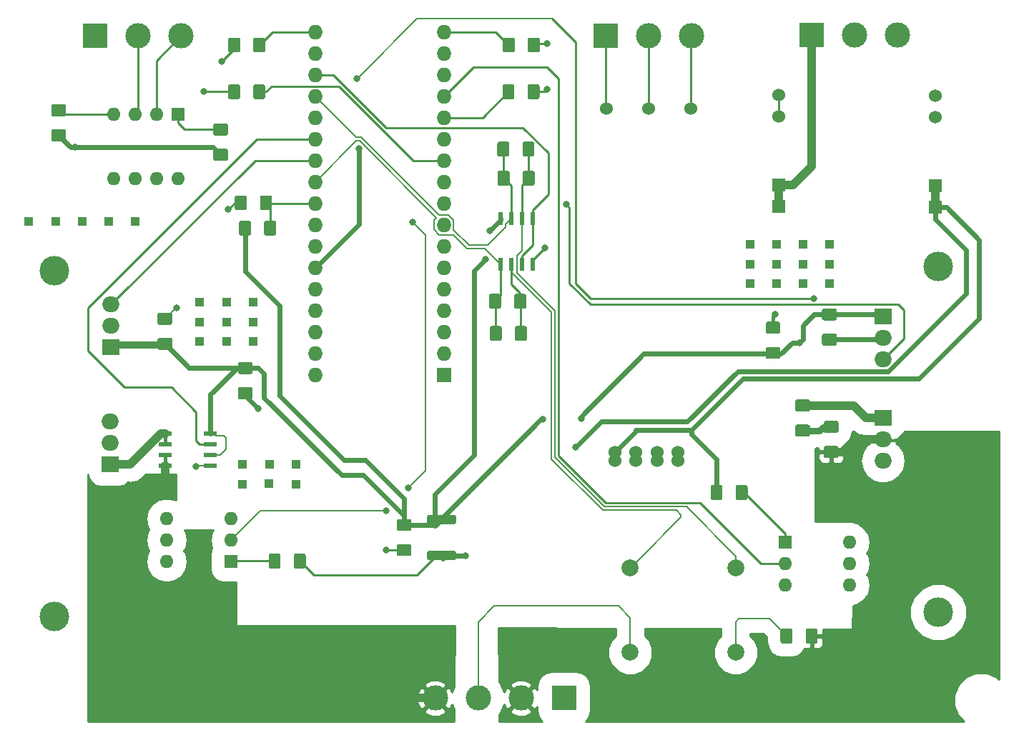
<source format=gbr>
G04 #@! TF.GenerationSoftware,KiCad,Pcbnew,5.0.2+dfsg1-1~bpo9+1*
G04 #@! TF.CreationDate,2019-06-26T12:15:30+03:00*
G04 #@! TF.ProjectId,SmartDimmer,536d6172-7444-4696-9d6d-65722e6b6963,rev?*
G04 #@! TF.SameCoordinates,Original*
G04 #@! TF.FileFunction,Copper,L1,Top*
G04 #@! TF.FilePolarity,Positive*
%FSLAX46Y46*%
G04 Gerber Fmt 4.6, Leading zero omitted, Abs format (unit mm)*
G04 Created by KiCad (PCBNEW 5.0.2+dfsg1-1~bpo9+1) date Wed 26 Jun 2019 12:15:30 PM +03*
%MOMM*%
%LPD*%
G01*
G04 APERTURE LIST*
G04 #@! TA.AperFunction,ComponentPad*
%ADD10R,1.000000X1.000000*%
G04 #@! TD*
G04 #@! TA.AperFunction,ComponentPad*
%ADD11C,1.524000*%
G04 #@! TD*
G04 #@! TA.AperFunction,ComponentPad*
%ADD12R,1.524000X1.524000*%
G04 #@! TD*
G04 #@! TA.AperFunction,Conductor*
%ADD13C,0.100000*%
G04 #@! TD*
G04 #@! TA.AperFunction,SMDPad,CuDef*
%ADD14C,1.425000*%
G04 #@! TD*
G04 #@! TA.AperFunction,SMDPad,CuDef*
%ADD15C,1.125000*%
G04 #@! TD*
G04 #@! TA.AperFunction,ComponentPad*
%ADD16O,1.727200X1.727200*%
G04 #@! TD*
G04 #@! TA.AperFunction,ComponentPad*
%ADD17R,1.727200X1.727200*%
G04 #@! TD*
G04 #@! TA.AperFunction,ComponentPad*
%ADD18C,2.000000*%
G04 #@! TD*
G04 #@! TA.AperFunction,ComponentPad*
%ADD19C,3.500000*%
G04 #@! TD*
G04 #@! TA.AperFunction,ComponentPad*
%ADD20C,3.000000*%
G04 #@! TD*
G04 #@! TA.AperFunction,ComponentPad*
%ADD21R,3.000000X3.000000*%
G04 #@! TD*
G04 #@! TA.AperFunction,SMDPad,CuDef*
%ADD22R,1.550000X0.600000*%
G04 #@! TD*
G04 #@! TA.AperFunction,ComponentPad*
%ADD23O,1.600000X1.600000*%
G04 #@! TD*
G04 #@! TA.AperFunction,ComponentPad*
%ADD24R,1.600000X1.600000*%
G04 #@! TD*
G04 #@! TA.AperFunction,SMDPad,CuDef*
%ADD25R,0.600000X1.550000*%
G04 #@! TD*
G04 #@! TA.AperFunction,ComponentPad*
%ADD26O,2.000000X1.905000*%
G04 #@! TD*
G04 #@! TA.AperFunction,ComponentPad*
%ADD27R,2.000000X1.905000*%
G04 #@! TD*
G04 #@! TA.AperFunction,ViaPad*
%ADD28C,0.800000*%
G04 #@! TD*
G04 #@! TA.AperFunction,Conductor*
%ADD29C,0.400000*%
G04 #@! TD*
G04 #@! TA.AperFunction,Conductor*
%ADD30C,1.000000*%
G04 #@! TD*
G04 #@! TA.AperFunction,Conductor*
%ADD31C,0.200000*%
G04 #@! TD*
G04 #@! TA.AperFunction,Conductor*
%ADD32C,0.250000*%
G04 #@! TD*
G04 #@! TA.AperFunction,Conductor*
%ADD33C,0.600000*%
G04 #@! TD*
G04 #@! TA.AperFunction,Conductor*
%ADD34C,0.800000*%
G04 #@! TD*
G04 #@! TA.AperFunction,Conductor*
%ADD35C,0.254000*%
G04 #@! TD*
G04 APERTURE END LIST*
D10*
G04 #@! TO.P,J38,1*
G04 #@! TO.N,Net-(J38-Pad1)*
X138265001Y-96992001D03*
G04 #@! TD*
G04 #@! TO.P,J21,1*
G04 #@! TO.N,Net-(J21-Pad1)*
X140195001Y-111534001D03*
G04 #@! TD*
G04 #@! TO.P,J19,1*
G04 #@! TO.N,Net-(J19-Pad1)*
X137045001Y-113884001D03*
G04 #@! TD*
G04 #@! TO.P,J18,1*
G04 #@! TO.N,Net-(J18-Pad1)*
X138265001Y-94642001D03*
G04 #@! TD*
G04 #@! TO.P,J17,1*
G04 #@! TO.N,Net-(J17-Pad1)*
X135115001Y-96992001D03*
G04 #@! TD*
G04 #@! TO.P,J16,1*
G04 #@! TO.N,Net-(J16-Pad1)*
X137045001Y-111534001D03*
G04 #@! TD*
G04 #@! TO.P,J14,1*
G04 #@! TO.N,Net-(J14-Pad1)*
X140142000Y-113850000D03*
G04 #@! TD*
G04 #@! TO.P,J36,1*
G04 #@! TO.N,Net-(J36-Pad1)*
X138265001Y-92292001D03*
G04 #@! TD*
G04 #@! TO.P,J39,1*
G04 #@! TO.N,Net-(J39-Pad1)*
X135115001Y-94642001D03*
G04 #@! TD*
G04 #@! TO.P,J40,1*
G04 #@! TO.N,Net-(J40-Pad1)*
X131965001Y-96992001D03*
G04 #@! TD*
G04 #@! TO.P,J13,1*
G04 #@! TO.N,Net-(J13-Pad1)*
X114892999Y-82764999D03*
G04 #@! TD*
G04 #@! TO.P,J12,1*
G04 #@! TO.N,Net-(J12-Pad1)*
X143317000Y-113884001D03*
G04 #@! TD*
G04 #@! TO.P,J11,1*
G04 #@! TO.N,Net-(J11-Pad1)*
X135115001Y-92292001D03*
G04 #@! TD*
G04 #@! TO.P,J10,1*
G04 #@! TO.N,Net-(J10-Pad1)*
X131965001Y-94642001D03*
G04 #@! TD*
G04 #@! TO.P,J15,1*
G04 #@! TO.N,Net-(J15-Pad1)*
X206539001Y-90134001D03*
G04 #@! TD*
G04 #@! TO.P,J20,1*
G04 #@! TO.N,Net-(J20-Pad1)*
X118042999Y-82764999D03*
G04 #@! TD*
G04 #@! TO.P,J22,1*
G04 #@! TO.N,Net-(J22-Pad1)*
X111694000Y-82735000D03*
G04 #@! TD*
G04 #@! TO.P,J23,1*
G04 #@! TO.N,Net-(J23-Pad1)*
X131965001Y-92292001D03*
G04 #@! TD*
G04 #@! TO.P,J24,1*
G04 #@! TO.N,Net-(J24-Pad1)*
X206539001Y-87784001D03*
G04 #@! TD*
G04 #@! TO.P,J25,1*
G04 #@! TO.N,Net-(J25-Pad1)*
X203389001Y-90134001D03*
G04 #@! TD*
G04 #@! TO.P,J26,1*
G04 #@! TO.N,Net-(J26-Pad1)*
X121192999Y-82764999D03*
G04 #@! TD*
G04 #@! TO.P,J27,1*
G04 #@! TO.N,Net-(J27-Pad1)*
X143317000Y-111564000D03*
G04 #@! TD*
G04 #@! TO.P,J28,1*
G04 #@! TO.N,Net-(J28-Pad1)*
X206539001Y-85434001D03*
G04 #@! TD*
G04 #@! TO.P,J29,1*
G04 #@! TO.N,Net-(J29-Pad1)*
X203389001Y-87784001D03*
G04 #@! TD*
G04 #@! TO.P,J30,1*
G04 #@! TO.N,Net-(J30-Pad1)*
X200239001Y-90134001D03*
G04 #@! TD*
G04 #@! TO.P,J31,1*
G04 #@! TO.N,Net-(J31-Pad1)*
X124342999Y-82764999D03*
G04 #@! TD*
G04 #@! TO.P,J32,1*
G04 #@! TO.N,Net-(J32-Pad1)*
X203389001Y-85434001D03*
G04 #@! TD*
G04 #@! TO.P,J33,1*
G04 #@! TO.N,Net-(J33-Pad1)*
X200239001Y-87784001D03*
G04 #@! TD*
G04 #@! TO.P,J34,1*
G04 #@! TO.N,Net-(J34-Pad1)*
X197089001Y-90134001D03*
G04 #@! TD*
G04 #@! TO.P,J35,1*
G04 #@! TO.N,Net-(J35-Pad1)*
X200239001Y-85434001D03*
G04 #@! TD*
G04 #@! TO.P,J37,1*
G04 #@! TO.N,Net-(J37-Pad1)*
X197089001Y-87784001D03*
G04 #@! TD*
G04 #@! TO.P,J9,1*
G04 #@! TO.N,Net-(J9-Pad1)*
X197089001Y-85434001D03*
G04 #@! TD*
D11*
G04 #@! TO.P,DC-DC1,4*
G04 #@! TO.N,GNDA*
X219009000Y-67876000D03*
X219009000Y-70416000D03*
D12*
G04 #@! TO.P,DC-DC1,3*
G04 #@! TO.N,+5V*
X219009000Y-78544000D03*
X219009000Y-81084000D03*
D11*
G04 #@! TO.P,DC-DC1,1*
G04 #@! TO.N,GNDA*
X200467000Y-67749000D03*
X200467000Y-70289000D03*
D12*
G04 #@! TO.P,DC-DC1,2*
G04 #@! TO.N,VCC*
X200467000Y-80957000D03*
X200467000Y-78417000D03*
G04 #@! TD*
D11*
G04 #@! TO.P,U2,3*
G04 #@! TO.N,Net-(U2-Pad3)*
X186100000Y-111093000D03*
G04 #@! TO.P,U2,4*
G04 #@! TO.N,GNDA*
X188600000Y-111093000D03*
G04 #@! TO.P,U2,1*
G04 #@! TO.N,+5V*
X181100000Y-111093000D03*
G04 #@! TO.P,U2,2*
G04 #@! TO.N,Net-(U2-Pad2)*
X183600000Y-111093000D03*
G04 #@! TO.P,U2,4*
G04 #@! TO.N,GNDA*
X188600000Y-110093000D03*
G04 #@! TO.P,U2,3*
G04 #@! TO.N,Net-(U2-Pad3)*
X186100000Y-110093000D03*
G04 #@! TO.P,U2,2*
G04 #@! TO.N,Net-(U2-Pad2)*
X183600000Y-110093000D03*
G04 #@! TO.P,U2,1*
G04 #@! TO.N,+5V*
X181100000Y-110093000D03*
G04 #@! TO.P,U2,7*
G04 #@! TO.N,Net-(J4-Pad3)*
X190100000Y-69343000D03*
G04 #@! TO.P,U2,6*
G04 #@! TO.N,Net-(J4-Pad2)*
X185100000Y-69343000D03*
G04 #@! TO.P,U2,5*
G04 #@! TO.N,Net-(J4-Pad1)*
X180100000Y-69343000D03*
G04 #@! TD*
D13*
G04 #@! TO.N,Net-(D3-Pad2)*
G04 #@! TO.C,D3*
G36*
X171961504Y-66494204D02*
X171985773Y-66497804D01*
X172009571Y-66503765D01*
X172032671Y-66512030D01*
X172054849Y-66522520D01*
X172075893Y-66535133D01*
X172095598Y-66549747D01*
X172113777Y-66566223D01*
X172130253Y-66584402D01*
X172144867Y-66604107D01*
X172157480Y-66625151D01*
X172167970Y-66647329D01*
X172176235Y-66670429D01*
X172182196Y-66694227D01*
X172185796Y-66718496D01*
X172187000Y-66743000D01*
X172187000Y-67993000D01*
X172185796Y-68017504D01*
X172182196Y-68041773D01*
X172176235Y-68065571D01*
X172167970Y-68088671D01*
X172157480Y-68110849D01*
X172144867Y-68131893D01*
X172130253Y-68151598D01*
X172113777Y-68169777D01*
X172095598Y-68186253D01*
X172075893Y-68200867D01*
X172054849Y-68213480D01*
X172032671Y-68223970D01*
X172009571Y-68232235D01*
X171985773Y-68238196D01*
X171961504Y-68241796D01*
X171937000Y-68243000D01*
X171012000Y-68243000D01*
X170987496Y-68241796D01*
X170963227Y-68238196D01*
X170939429Y-68232235D01*
X170916329Y-68223970D01*
X170894151Y-68213480D01*
X170873107Y-68200867D01*
X170853402Y-68186253D01*
X170835223Y-68169777D01*
X170818747Y-68151598D01*
X170804133Y-68131893D01*
X170791520Y-68110849D01*
X170781030Y-68088671D01*
X170772765Y-68065571D01*
X170766804Y-68041773D01*
X170763204Y-68017504D01*
X170762000Y-67993000D01*
X170762000Y-66743000D01*
X170763204Y-66718496D01*
X170766804Y-66694227D01*
X170772765Y-66670429D01*
X170781030Y-66647329D01*
X170791520Y-66625151D01*
X170804133Y-66604107D01*
X170818747Y-66584402D01*
X170835223Y-66566223D01*
X170853402Y-66549747D01*
X170873107Y-66535133D01*
X170894151Y-66522520D01*
X170916329Y-66512030D01*
X170939429Y-66503765D01*
X170963227Y-66497804D01*
X170987496Y-66494204D01*
X171012000Y-66493000D01*
X171937000Y-66493000D01*
X171961504Y-66494204D01*
X171961504Y-66494204D01*
G37*
D14*
G04 #@! TD*
G04 #@! TO.P,D3,2*
G04 #@! TO.N,Net-(D3-Pad2)*
X171474500Y-67368000D03*
D13*
G04 #@! TO.N,Net-(D3-Pad1)*
G04 #@! TO.C,D3*
G36*
X168986504Y-66494204D02*
X169010773Y-66497804D01*
X169034571Y-66503765D01*
X169057671Y-66512030D01*
X169079849Y-66522520D01*
X169100893Y-66535133D01*
X169120598Y-66549747D01*
X169138777Y-66566223D01*
X169155253Y-66584402D01*
X169169867Y-66604107D01*
X169182480Y-66625151D01*
X169192970Y-66647329D01*
X169201235Y-66670429D01*
X169207196Y-66694227D01*
X169210796Y-66718496D01*
X169212000Y-66743000D01*
X169212000Y-67993000D01*
X169210796Y-68017504D01*
X169207196Y-68041773D01*
X169201235Y-68065571D01*
X169192970Y-68088671D01*
X169182480Y-68110849D01*
X169169867Y-68131893D01*
X169155253Y-68151598D01*
X169138777Y-68169777D01*
X169120598Y-68186253D01*
X169100893Y-68200867D01*
X169079849Y-68213480D01*
X169057671Y-68223970D01*
X169034571Y-68232235D01*
X169010773Y-68238196D01*
X168986504Y-68241796D01*
X168962000Y-68243000D01*
X168037000Y-68243000D01*
X168012496Y-68241796D01*
X167988227Y-68238196D01*
X167964429Y-68232235D01*
X167941329Y-68223970D01*
X167919151Y-68213480D01*
X167898107Y-68200867D01*
X167878402Y-68186253D01*
X167860223Y-68169777D01*
X167843747Y-68151598D01*
X167829133Y-68131893D01*
X167816520Y-68110849D01*
X167806030Y-68088671D01*
X167797765Y-68065571D01*
X167791804Y-68041773D01*
X167788204Y-68017504D01*
X167787000Y-67993000D01*
X167787000Y-66743000D01*
X167788204Y-66718496D01*
X167791804Y-66694227D01*
X167797765Y-66670429D01*
X167806030Y-66647329D01*
X167816520Y-66625151D01*
X167829133Y-66604107D01*
X167843747Y-66584402D01*
X167860223Y-66566223D01*
X167878402Y-66549747D01*
X167898107Y-66535133D01*
X167919151Y-66522520D01*
X167941329Y-66512030D01*
X167964429Y-66503765D01*
X167988227Y-66497804D01*
X168012496Y-66494204D01*
X168037000Y-66493000D01*
X168962000Y-66493000D01*
X168986504Y-66494204D01*
X168986504Y-66494204D01*
G37*
D14*
G04 #@! TD*
G04 #@! TO.P,D3,1*
G04 #@! TO.N,Net-(D3-Pad1)*
X168499500Y-67368000D03*
D13*
G04 #@! TO.N,Net-(D4-Pad1)*
G04 #@! TO.C,D4*
G36*
X169031504Y-60940206D02*
X169055773Y-60943806D01*
X169079571Y-60949767D01*
X169102671Y-60958032D01*
X169124849Y-60968522D01*
X169145893Y-60981135D01*
X169165598Y-60995749D01*
X169183777Y-61012225D01*
X169200253Y-61030404D01*
X169214867Y-61050109D01*
X169227480Y-61071153D01*
X169237970Y-61093331D01*
X169246235Y-61116431D01*
X169252196Y-61140229D01*
X169255796Y-61164498D01*
X169257000Y-61189002D01*
X169257000Y-62439002D01*
X169255796Y-62463506D01*
X169252196Y-62487775D01*
X169246235Y-62511573D01*
X169237970Y-62534673D01*
X169227480Y-62556851D01*
X169214867Y-62577895D01*
X169200253Y-62597600D01*
X169183777Y-62615779D01*
X169165598Y-62632255D01*
X169145893Y-62646869D01*
X169124849Y-62659482D01*
X169102671Y-62669972D01*
X169079571Y-62678237D01*
X169055773Y-62684198D01*
X169031504Y-62687798D01*
X169007000Y-62689002D01*
X168082000Y-62689002D01*
X168057496Y-62687798D01*
X168033227Y-62684198D01*
X168009429Y-62678237D01*
X167986329Y-62669972D01*
X167964151Y-62659482D01*
X167943107Y-62646869D01*
X167923402Y-62632255D01*
X167905223Y-62615779D01*
X167888747Y-62597600D01*
X167874133Y-62577895D01*
X167861520Y-62556851D01*
X167851030Y-62534673D01*
X167842765Y-62511573D01*
X167836804Y-62487775D01*
X167833204Y-62463506D01*
X167832000Y-62439002D01*
X167832000Y-61189002D01*
X167833204Y-61164498D01*
X167836804Y-61140229D01*
X167842765Y-61116431D01*
X167851030Y-61093331D01*
X167861520Y-61071153D01*
X167874133Y-61050109D01*
X167888747Y-61030404D01*
X167905223Y-61012225D01*
X167923402Y-60995749D01*
X167943107Y-60981135D01*
X167964151Y-60968522D01*
X167986329Y-60958032D01*
X168009429Y-60949767D01*
X168033227Y-60943806D01*
X168057496Y-60940206D01*
X168082000Y-60939002D01*
X169007000Y-60939002D01*
X169031504Y-60940206D01*
X169031504Y-60940206D01*
G37*
D14*
G04 #@! TD*
G04 #@! TO.P,D4,1*
G04 #@! TO.N,Net-(D4-Pad1)*
X168544500Y-61814002D03*
D13*
G04 #@! TO.N,Net-(D4-Pad2)*
G04 #@! TO.C,D4*
G36*
X172006504Y-60940206D02*
X172030773Y-60943806D01*
X172054571Y-60949767D01*
X172077671Y-60958032D01*
X172099849Y-60968522D01*
X172120893Y-60981135D01*
X172140598Y-60995749D01*
X172158777Y-61012225D01*
X172175253Y-61030404D01*
X172189867Y-61050109D01*
X172202480Y-61071153D01*
X172212970Y-61093331D01*
X172221235Y-61116431D01*
X172227196Y-61140229D01*
X172230796Y-61164498D01*
X172232000Y-61189002D01*
X172232000Y-62439002D01*
X172230796Y-62463506D01*
X172227196Y-62487775D01*
X172221235Y-62511573D01*
X172212970Y-62534673D01*
X172202480Y-62556851D01*
X172189867Y-62577895D01*
X172175253Y-62597600D01*
X172158777Y-62615779D01*
X172140598Y-62632255D01*
X172120893Y-62646869D01*
X172099849Y-62659482D01*
X172077671Y-62669972D01*
X172054571Y-62678237D01*
X172030773Y-62684198D01*
X172006504Y-62687798D01*
X171982000Y-62689002D01*
X171057000Y-62689002D01*
X171032496Y-62687798D01*
X171008227Y-62684198D01*
X170984429Y-62678237D01*
X170961329Y-62669972D01*
X170939151Y-62659482D01*
X170918107Y-62646869D01*
X170898402Y-62632255D01*
X170880223Y-62615779D01*
X170863747Y-62597600D01*
X170849133Y-62577895D01*
X170836520Y-62556851D01*
X170826030Y-62534673D01*
X170817765Y-62511573D01*
X170811804Y-62487775D01*
X170808204Y-62463506D01*
X170807000Y-62439002D01*
X170807000Y-61189002D01*
X170808204Y-61164498D01*
X170811804Y-61140229D01*
X170817765Y-61116431D01*
X170826030Y-61093331D01*
X170836520Y-61071153D01*
X170849133Y-61050109D01*
X170863747Y-61030404D01*
X170880223Y-61012225D01*
X170898402Y-60995749D01*
X170918107Y-60981135D01*
X170939151Y-60968522D01*
X170961329Y-60958032D01*
X170984429Y-60949767D01*
X171008227Y-60943806D01*
X171032496Y-60940206D01*
X171057000Y-60939002D01*
X171982000Y-60939002D01*
X172006504Y-60940206D01*
X172006504Y-60940206D01*
G37*
D14*
G04 #@! TD*
G04 #@! TO.P,D4,2*
G04 #@! TO.N,Net-(D4-Pad2)*
X171519500Y-61814002D03*
D13*
G04 #@! TO.N,Net-(D2-Pad2)*
G04 #@! TO.C,D2*
G36*
X136511004Y-66494204D02*
X136535273Y-66497804D01*
X136559071Y-66503765D01*
X136582171Y-66512030D01*
X136604349Y-66522520D01*
X136625393Y-66535133D01*
X136645098Y-66549747D01*
X136663277Y-66566223D01*
X136679753Y-66584402D01*
X136694367Y-66604107D01*
X136706980Y-66625151D01*
X136717470Y-66647329D01*
X136725735Y-66670429D01*
X136731696Y-66694227D01*
X136735296Y-66718496D01*
X136736500Y-66743000D01*
X136736500Y-67993000D01*
X136735296Y-68017504D01*
X136731696Y-68041773D01*
X136725735Y-68065571D01*
X136717470Y-68088671D01*
X136706980Y-68110849D01*
X136694367Y-68131893D01*
X136679753Y-68151598D01*
X136663277Y-68169777D01*
X136645098Y-68186253D01*
X136625393Y-68200867D01*
X136604349Y-68213480D01*
X136582171Y-68223970D01*
X136559071Y-68232235D01*
X136535273Y-68238196D01*
X136511004Y-68241796D01*
X136486500Y-68243000D01*
X135561500Y-68243000D01*
X135536996Y-68241796D01*
X135512727Y-68238196D01*
X135488929Y-68232235D01*
X135465829Y-68223970D01*
X135443651Y-68213480D01*
X135422607Y-68200867D01*
X135402902Y-68186253D01*
X135384723Y-68169777D01*
X135368247Y-68151598D01*
X135353633Y-68131893D01*
X135341020Y-68110849D01*
X135330530Y-68088671D01*
X135322265Y-68065571D01*
X135316304Y-68041773D01*
X135312704Y-68017504D01*
X135311500Y-67993000D01*
X135311500Y-66743000D01*
X135312704Y-66718496D01*
X135316304Y-66694227D01*
X135322265Y-66670429D01*
X135330530Y-66647329D01*
X135341020Y-66625151D01*
X135353633Y-66604107D01*
X135368247Y-66584402D01*
X135384723Y-66566223D01*
X135402902Y-66549747D01*
X135422607Y-66535133D01*
X135443651Y-66522520D01*
X135465829Y-66512030D01*
X135488929Y-66503765D01*
X135512727Y-66497804D01*
X135536996Y-66494204D01*
X135561500Y-66493000D01*
X136486500Y-66493000D01*
X136511004Y-66494204D01*
X136511004Y-66494204D01*
G37*
D14*
G04 #@! TD*
G04 #@! TO.P,D2,2*
G04 #@! TO.N,Net-(D2-Pad2)*
X136024000Y-67368000D03*
D13*
G04 #@! TO.N,Net-(D2-Pad1)*
G04 #@! TO.C,D2*
G36*
X139486004Y-66494204D02*
X139510273Y-66497804D01*
X139534071Y-66503765D01*
X139557171Y-66512030D01*
X139579349Y-66522520D01*
X139600393Y-66535133D01*
X139620098Y-66549747D01*
X139638277Y-66566223D01*
X139654753Y-66584402D01*
X139669367Y-66604107D01*
X139681980Y-66625151D01*
X139692470Y-66647329D01*
X139700735Y-66670429D01*
X139706696Y-66694227D01*
X139710296Y-66718496D01*
X139711500Y-66743000D01*
X139711500Y-67993000D01*
X139710296Y-68017504D01*
X139706696Y-68041773D01*
X139700735Y-68065571D01*
X139692470Y-68088671D01*
X139681980Y-68110849D01*
X139669367Y-68131893D01*
X139654753Y-68151598D01*
X139638277Y-68169777D01*
X139620098Y-68186253D01*
X139600393Y-68200867D01*
X139579349Y-68213480D01*
X139557171Y-68223970D01*
X139534071Y-68232235D01*
X139510273Y-68238196D01*
X139486004Y-68241796D01*
X139461500Y-68243000D01*
X138536500Y-68243000D01*
X138511996Y-68241796D01*
X138487727Y-68238196D01*
X138463929Y-68232235D01*
X138440829Y-68223970D01*
X138418651Y-68213480D01*
X138397607Y-68200867D01*
X138377902Y-68186253D01*
X138359723Y-68169777D01*
X138343247Y-68151598D01*
X138328633Y-68131893D01*
X138316020Y-68110849D01*
X138305530Y-68088671D01*
X138297265Y-68065571D01*
X138291304Y-68041773D01*
X138287704Y-68017504D01*
X138286500Y-67993000D01*
X138286500Y-66743000D01*
X138287704Y-66718496D01*
X138291304Y-66694227D01*
X138297265Y-66670429D01*
X138305530Y-66647329D01*
X138316020Y-66625151D01*
X138328633Y-66604107D01*
X138343247Y-66584402D01*
X138359723Y-66566223D01*
X138377902Y-66549747D01*
X138397607Y-66535133D01*
X138418651Y-66522520D01*
X138440829Y-66512030D01*
X138463929Y-66503765D01*
X138487727Y-66497804D01*
X138511996Y-66494204D01*
X138536500Y-66493000D01*
X139461500Y-66493000D01*
X139486004Y-66494204D01*
X139486004Y-66494204D01*
G37*
D14*
G04 #@! TD*
G04 #@! TO.P,D2,1*
G04 #@! TO.N,Net-(D2-Pad1)*
X138999000Y-67368000D03*
D13*
G04 #@! TO.N,Net-(D1-Pad1)*
G04 #@! TO.C,D1*
G36*
X139486004Y-60940206D02*
X139510273Y-60943806D01*
X139534071Y-60949767D01*
X139557171Y-60958032D01*
X139579349Y-60968522D01*
X139600393Y-60981135D01*
X139620098Y-60995749D01*
X139638277Y-61012225D01*
X139654753Y-61030404D01*
X139669367Y-61050109D01*
X139681980Y-61071153D01*
X139692470Y-61093331D01*
X139700735Y-61116431D01*
X139706696Y-61140229D01*
X139710296Y-61164498D01*
X139711500Y-61189002D01*
X139711500Y-62439002D01*
X139710296Y-62463506D01*
X139706696Y-62487775D01*
X139700735Y-62511573D01*
X139692470Y-62534673D01*
X139681980Y-62556851D01*
X139669367Y-62577895D01*
X139654753Y-62597600D01*
X139638277Y-62615779D01*
X139620098Y-62632255D01*
X139600393Y-62646869D01*
X139579349Y-62659482D01*
X139557171Y-62669972D01*
X139534071Y-62678237D01*
X139510273Y-62684198D01*
X139486004Y-62687798D01*
X139461500Y-62689002D01*
X138536500Y-62689002D01*
X138511996Y-62687798D01*
X138487727Y-62684198D01*
X138463929Y-62678237D01*
X138440829Y-62669972D01*
X138418651Y-62659482D01*
X138397607Y-62646869D01*
X138377902Y-62632255D01*
X138359723Y-62615779D01*
X138343247Y-62597600D01*
X138328633Y-62577895D01*
X138316020Y-62556851D01*
X138305530Y-62534673D01*
X138297265Y-62511573D01*
X138291304Y-62487775D01*
X138287704Y-62463506D01*
X138286500Y-62439002D01*
X138286500Y-61189002D01*
X138287704Y-61164498D01*
X138291304Y-61140229D01*
X138297265Y-61116431D01*
X138305530Y-61093331D01*
X138316020Y-61071153D01*
X138328633Y-61050109D01*
X138343247Y-61030404D01*
X138359723Y-61012225D01*
X138377902Y-60995749D01*
X138397607Y-60981135D01*
X138418651Y-60968522D01*
X138440829Y-60958032D01*
X138463929Y-60949767D01*
X138487727Y-60943806D01*
X138511996Y-60940206D01*
X138536500Y-60939002D01*
X139461500Y-60939002D01*
X139486004Y-60940206D01*
X139486004Y-60940206D01*
G37*
D14*
G04 #@! TD*
G04 #@! TO.P,D1,1*
G04 #@! TO.N,Net-(D1-Pad1)*
X138999000Y-61814002D03*
D13*
G04 #@! TO.N,Net-(D1-Pad2)*
G04 #@! TO.C,D1*
G36*
X136511004Y-60940206D02*
X136535273Y-60943806D01*
X136559071Y-60949767D01*
X136582171Y-60958032D01*
X136604349Y-60968522D01*
X136625393Y-60981135D01*
X136645098Y-60995749D01*
X136663277Y-61012225D01*
X136679753Y-61030404D01*
X136694367Y-61050109D01*
X136706980Y-61071153D01*
X136717470Y-61093331D01*
X136725735Y-61116431D01*
X136731696Y-61140229D01*
X136735296Y-61164498D01*
X136736500Y-61189002D01*
X136736500Y-62439002D01*
X136735296Y-62463506D01*
X136731696Y-62487775D01*
X136725735Y-62511573D01*
X136717470Y-62534673D01*
X136706980Y-62556851D01*
X136694367Y-62577895D01*
X136679753Y-62597600D01*
X136663277Y-62615779D01*
X136645098Y-62632255D01*
X136625393Y-62646869D01*
X136604349Y-62659482D01*
X136582171Y-62669972D01*
X136559071Y-62678237D01*
X136535273Y-62684198D01*
X136511004Y-62687798D01*
X136486500Y-62689002D01*
X135561500Y-62689002D01*
X135536996Y-62687798D01*
X135512727Y-62684198D01*
X135488929Y-62678237D01*
X135465829Y-62669972D01*
X135443651Y-62659482D01*
X135422607Y-62646869D01*
X135402902Y-62632255D01*
X135384723Y-62615779D01*
X135368247Y-62597600D01*
X135353633Y-62577895D01*
X135341020Y-62556851D01*
X135330530Y-62534673D01*
X135322265Y-62511573D01*
X135316304Y-62487775D01*
X135312704Y-62463506D01*
X135311500Y-62439002D01*
X135311500Y-61189002D01*
X135312704Y-61164498D01*
X135316304Y-61140229D01*
X135322265Y-61116431D01*
X135330530Y-61093331D01*
X135341020Y-61071153D01*
X135353633Y-61050109D01*
X135368247Y-61030404D01*
X135384723Y-61012225D01*
X135402902Y-60995749D01*
X135422607Y-60981135D01*
X135443651Y-60968522D01*
X135465829Y-60958032D01*
X135488929Y-60949767D01*
X135512727Y-60943806D01*
X135536996Y-60940206D01*
X135561500Y-60939002D01*
X136486500Y-60939002D01*
X136511004Y-60940206D01*
X136511004Y-60940206D01*
G37*
D14*
G04 #@! TD*
G04 #@! TO.P,D1,2*
G04 #@! TO.N,Net-(D1-Pad2)*
X136024000Y-61814002D03*
D13*
G04 #@! TO.N,+5V*
G04 #@! TO.C,L1*
G36*
X162063505Y-121776204D02*
X162087773Y-121779804D01*
X162111572Y-121785765D01*
X162134671Y-121794030D01*
X162156850Y-121804520D01*
X162177893Y-121817132D01*
X162197599Y-121831747D01*
X162215777Y-121848223D01*
X162232253Y-121866401D01*
X162246868Y-121886107D01*
X162259480Y-121907150D01*
X162269970Y-121929329D01*
X162278235Y-121952428D01*
X162284196Y-121976227D01*
X162287796Y-122000495D01*
X162289000Y-122024999D01*
X162289000Y-122650001D01*
X162287796Y-122674505D01*
X162284196Y-122698773D01*
X162278235Y-122722572D01*
X162269970Y-122745671D01*
X162259480Y-122767850D01*
X162246868Y-122788893D01*
X162232253Y-122808599D01*
X162215777Y-122826777D01*
X162197599Y-122843253D01*
X162177893Y-122857868D01*
X162156850Y-122870480D01*
X162134671Y-122880970D01*
X162111572Y-122889235D01*
X162087773Y-122895196D01*
X162063505Y-122898796D01*
X162039001Y-122900000D01*
X159138999Y-122900000D01*
X159114495Y-122898796D01*
X159090227Y-122895196D01*
X159066428Y-122889235D01*
X159043329Y-122880970D01*
X159021150Y-122870480D01*
X159000107Y-122857868D01*
X158980401Y-122843253D01*
X158962223Y-122826777D01*
X158945747Y-122808599D01*
X158931132Y-122788893D01*
X158918520Y-122767850D01*
X158908030Y-122745671D01*
X158899765Y-122722572D01*
X158893804Y-122698773D01*
X158890204Y-122674505D01*
X158889000Y-122650001D01*
X158889000Y-122024999D01*
X158890204Y-122000495D01*
X158893804Y-121976227D01*
X158899765Y-121952428D01*
X158908030Y-121929329D01*
X158918520Y-121907150D01*
X158931132Y-121886107D01*
X158945747Y-121866401D01*
X158962223Y-121848223D01*
X158980401Y-121831747D01*
X159000107Y-121817132D01*
X159021150Y-121804520D01*
X159043329Y-121794030D01*
X159066428Y-121785765D01*
X159090227Y-121779804D01*
X159114495Y-121776204D01*
X159138999Y-121775000D01*
X162039001Y-121775000D01*
X162063505Y-121776204D01*
X162063505Y-121776204D01*
G37*
D15*
G04 #@! TD*
G04 #@! TO.P,L1,1*
G04 #@! TO.N,+5V*
X160589000Y-122337500D03*
D13*
G04 #@! TO.N,+5VA*
G04 #@! TO.C,L1*
G36*
X162063505Y-117501204D02*
X162087773Y-117504804D01*
X162111572Y-117510765D01*
X162134671Y-117519030D01*
X162156850Y-117529520D01*
X162177893Y-117542132D01*
X162197599Y-117556747D01*
X162215777Y-117573223D01*
X162232253Y-117591401D01*
X162246868Y-117611107D01*
X162259480Y-117632150D01*
X162269970Y-117654329D01*
X162278235Y-117677428D01*
X162284196Y-117701227D01*
X162287796Y-117725495D01*
X162289000Y-117749999D01*
X162289000Y-118375001D01*
X162287796Y-118399505D01*
X162284196Y-118423773D01*
X162278235Y-118447572D01*
X162269970Y-118470671D01*
X162259480Y-118492850D01*
X162246868Y-118513893D01*
X162232253Y-118533599D01*
X162215777Y-118551777D01*
X162197599Y-118568253D01*
X162177893Y-118582868D01*
X162156850Y-118595480D01*
X162134671Y-118605970D01*
X162111572Y-118614235D01*
X162087773Y-118620196D01*
X162063505Y-118623796D01*
X162039001Y-118625000D01*
X159138999Y-118625000D01*
X159114495Y-118623796D01*
X159090227Y-118620196D01*
X159066428Y-118614235D01*
X159043329Y-118605970D01*
X159021150Y-118595480D01*
X159000107Y-118582868D01*
X158980401Y-118568253D01*
X158962223Y-118551777D01*
X158945747Y-118533599D01*
X158931132Y-118513893D01*
X158918520Y-118492850D01*
X158908030Y-118470671D01*
X158899765Y-118447572D01*
X158893804Y-118423773D01*
X158890204Y-118399505D01*
X158889000Y-118375001D01*
X158889000Y-117749999D01*
X158890204Y-117725495D01*
X158893804Y-117701227D01*
X158899765Y-117677428D01*
X158908030Y-117654329D01*
X158918520Y-117632150D01*
X158931132Y-117611107D01*
X158945747Y-117591401D01*
X158962223Y-117573223D01*
X158980401Y-117556747D01*
X159000107Y-117542132D01*
X159021150Y-117529520D01*
X159043329Y-117519030D01*
X159066428Y-117510765D01*
X159090227Y-117504804D01*
X159114495Y-117501204D01*
X159138999Y-117500000D01*
X162039001Y-117500000D01*
X162063505Y-117501204D01*
X162063505Y-117501204D01*
G37*
D15*
G04 #@! TD*
G04 #@! TO.P,L1,2*
G04 #@! TO.N,+5VA*
X160589000Y-118062500D03*
D13*
G04 #@! TO.N,Net-(C9-Pad2)*
G04 #@! TO.C,C9*
G36*
X203976504Y-103846204D02*
X204000773Y-103849804D01*
X204024571Y-103855765D01*
X204047671Y-103864030D01*
X204069849Y-103874520D01*
X204090893Y-103887133D01*
X204110598Y-103901747D01*
X204128777Y-103918223D01*
X204145253Y-103936402D01*
X204159867Y-103956107D01*
X204172480Y-103977151D01*
X204182970Y-103999329D01*
X204191235Y-104022429D01*
X204197196Y-104046227D01*
X204200796Y-104070496D01*
X204202000Y-104095000D01*
X204202000Y-105020000D01*
X204200796Y-105044504D01*
X204197196Y-105068773D01*
X204191235Y-105092571D01*
X204182970Y-105115671D01*
X204172480Y-105137849D01*
X204159867Y-105158893D01*
X204145253Y-105178598D01*
X204128777Y-105196777D01*
X204110598Y-105213253D01*
X204090893Y-105227867D01*
X204069849Y-105240480D01*
X204047671Y-105250970D01*
X204024571Y-105259235D01*
X204000773Y-105265196D01*
X203976504Y-105268796D01*
X203952000Y-105270000D01*
X202702000Y-105270000D01*
X202677496Y-105268796D01*
X202653227Y-105265196D01*
X202629429Y-105259235D01*
X202606329Y-105250970D01*
X202584151Y-105240480D01*
X202563107Y-105227867D01*
X202543402Y-105213253D01*
X202525223Y-105196777D01*
X202508747Y-105178598D01*
X202494133Y-105158893D01*
X202481520Y-105137849D01*
X202471030Y-105115671D01*
X202462765Y-105092571D01*
X202456804Y-105068773D01*
X202453204Y-105044504D01*
X202452000Y-105020000D01*
X202452000Y-104095000D01*
X202453204Y-104070496D01*
X202456804Y-104046227D01*
X202462765Y-104022429D01*
X202471030Y-103999329D01*
X202481520Y-103977151D01*
X202494133Y-103956107D01*
X202508747Y-103936402D01*
X202525223Y-103918223D01*
X202543402Y-103901747D01*
X202563107Y-103887133D01*
X202584151Y-103874520D01*
X202606329Y-103864030D01*
X202629429Y-103855765D01*
X202653227Y-103849804D01*
X202677496Y-103846204D01*
X202702000Y-103845000D01*
X203952000Y-103845000D01*
X203976504Y-103846204D01*
X203976504Y-103846204D01*
G37*
D14*
G04 #@! TD*
G04 #@! TO.P,C9,2*
G04 #@! TO.N,Net-(C9-Pad2)*
X203327000Y-104557500D03*
D13*
G04 #@! TO.N,Net-(C9-Pad1)*
G04 #@! TO.C,C9*
G36*
X203976504Y-106821204D02*
X204000773Y-106824804D01*
X204024571Y-106830765D01*
X204047671Y-106839030D01*
X204069849Y-106849520D01*
X204090893Y-106862133D01*
X204110598Y-106876747D01*
X204128777Y-106893223D01*
X204145253Y-106911402D01*
X204159867Y-106931107D01*
X204172480Y-106952151D01*
X204182970Y-106974329D01*
X204191235Y-106997429D01*
X204197196Y-107021227D01*
X204200796Y-107045496D01*
X204202000Y-107070000D01*
X204202000Y-107995000D01*
X204200796Y-108019504D01*
X204197196Y-108043773D01*
X204191235Y-108067571D01*
X204182970Y-108090671D01*
X204172480Y-108112849D01*
X204159867Y-108133893D01*
X204145253Y-108153598D01*
X204128777Y-108171777D01*
X204110598Y-108188253D01*
X204090893Y-108202867D01*
X204069849Y-108215480D01*
X204047671Y-108225970D01*
X204024571Y-108234235D01*
X204000773Y-108240196D01*
X203976504Y-108243796D01*
X203952000Y-108245000D01*
X202702000Y-108245000D01*
X202677496Y-108243796D01*
X202653227Y-108240196D01*
X202629429Y-108234235D01*
X202606329Y-108225970D01*
X202584151Y-108215480D01*
X202563107Y-108202867D01*
X202543402Y-108188253D01*
X202525223Y-108171777D01*
X202508747Y-108153598D01*
X202494133Y-108133893D01*
X202481520Y-108112849D01*
X202471030Y-108090671D01*
X202462765Y-108067571D01*
X202456804Y-108043773D01*
X202453204Y-108019504D01*
X202452000Y-107995000D01*
X202452000Y-107070000D01*
X202453204Y-107045496D01*
X202456804Y-107021227D01*
X202462765Y-106997429D01*
X202471030Y-106974329D01*
X202481520Y-106952151D01*
X202494133Y-106931107D01*
X202508747Y-106911402D01*
X202525223Y-106893223D01*
X202543402Y-106876747D01*
X202563107Y-106862133D01*
X202584151Y-106849520D01*
X202606329Y-106839030D01*
X202629429Y-106830765D01*
X202653227Y-106824804D01*
X202677496Y-106821204D01*
X202702000Y-106820000D01*
X203952000Y-106820000D01*
X203976504Y-106821204D01*
X203976504Y-106821204D01*
G37*
D14*
G04 #@! TD*
G04 #@! TO.P,C9,1*
G04 #@! TO.N,Net-(C9-Pad1)*
X203327000Y-107532500D03*
D16*
G04 #@! TO.P,XA1,MISO*
G04 #@! TO.N,Net-(XA1-PadMISO)*
X145620000Y-98384000D03*
G04 #@! TO.P,XA1,A5*
G04 #@! TO.N,+2V5*
X145620000Y-80604000D03*
G04 #@! TO.P,XA1,A4*
G04 #@! TO.N,/VAmpSense-*
X145620000Y-78064000D03*
G04 #@! TO.P,XA1,A3*
G04 #@! TO.N,temp_sense_1*
X145620000Y-75524000D03*
G04 #@! TO.P,XA1,A2*
G04 #@! TO.N,CS_1*
X145620000Y-72984000D03*
G04 #@! TO.P,XA1,A1*
G04 #@! TO.N,CS_2*
X145620000Y-70444000D03*
G04 #@! TO.P,XA1,*
G04 #@! TO.N,*
X145620000Y-85684000D03*
G04 #@! TO.P,XA1,D11*
G04 #@! TO.N,Switch_1*
X160860000Y-62824000D03*
G04 #@! TO.P,XA1,D12*
G04 #@! TO.N,Net-(D4-Pad1)*
X160860000Y-60284000D03*
G04 #@! TO.P,XA1,D13*
G04 #@! TO.N,Net-(D1-Pad1)*
X145620000Y-60284000D03*
G04 #@! TO.P,XA1,AREF*
G04 #@! TO.N,Aref*
X145620000Y-65364000D03*
G04 #@! TO.P,XA1,D10*
G04 #@! TO.N,Switch_2*
X160860000Y-65364000D03*
G04 #@! TO.P,XA1,D9*
G04 #@! TO.N,switch_control_2*
X160860000Y-67904000D03*
G04 #@! TO.P,XA1,D8*
G04 #@! TO.N,Net-(D3-Pad1)*
X160860000Y-70444000D03*
G04 #@! TO.P,XA1,D7*
G04 #@! TO.N,Vac_measure*
X160860000Y-72984000D03*
G04 #@! TO.P,XA1,D6*
G04 #@! TO.N,Net-(D2-Pad1)*
X160860000Y-75524000D03*
G04 #@! TO.P,XA1,D5*
G04 #@! TO.N,switch_control_1*
X160860000Y-78064000D03*
G04 #@! TO.P,XA1,D4*
G04 #@! TO.N,temp_sense_2*
X160860000Y-80604000D03*
G04 #@! TO.P,XA1,D3*
G04 #@! TO.N,Net-(XA1-PadD3)*
X160860000Y-83144000D03*
G04 #@! TO.P,XA1,D2*
G04 #@! TO.N,Net-(XA1-PadD2)*
X160860000Y-85684000D03*
G04 #@! TO.P,XA1,D1*
G04 #@! TO.N,Net-(U2-Pad2)*
X160860000Y-95844000D03*
G04 #@! TO.P,XA1,D0*
G04 #@! TO.N,Net-(U2-Pad3)*
X160860000Y-93304000D03*
G04 #@! TO.P,XA1,SS*
G04 #@! TO.N,Net-(XA1-PadSS)*
X160860000Y-98384000D03*
G04 #@! TO.P,XA1,RST1*
G04 #@! TO.N,Net-(XA1-PadRST1)*
X145620000Y-90764000D03*
G04 #@! TO.P,XA1,3V3*
G04 #@! TO.N,Net-(XA1-Pad3V3)*
X145620000Y-62824000D03*
G04 #@! TO.P,XA1,5V*
G04 #@! TO.N,+5V*
X145620000Y-88224000D03*
G04 #@! TO.P,XA1,GND1*
G04 #@! TO.N,GNDA*
X145620000Y-93304000D03*
G04 #@! TO.P,XA1,GND2*
X160860000Y-88224000D03*
G04 #@! TO.P,XA1,VIN*
G04 #@! TO.N,Net-(XA1-PadVIN)*
X145620000Y-95844000D03*
G04 #@! TO.P,XA1,A0*
G04 #@! TO.N,/VAmpSense+*
X145620000Y-67904000D03*
G04 #@! TO.P,XA1,SCK*
G04 #@! TO.N,Net-(XA1-PadSCK)*
X145620000Y-100924000D03*
D17*
G04 #@! TO.P,XA1,MOSI*
G04 #@! TO.N,Net-(XA1-PadMOSI)*
X160860000Y-100924000D03*
D16*
G04 #@! TO.P,XA1,RST2*
G04 #@! TO.N,Net-(XA1-PadRST2)*
X160860000Y-90764000D03*
G04 #@! TO.P,XA1,*
G04 #@! TO.N,*
X145620000Y-83144000D03*
G04 #@! TD*
D18*
G04 #@! TO.P,T1,4*
G04 #@! TO.N,/VSense+*
X182914000Y-123836000D03*
G04 #@! TO.P,T1,3*
G04 #@! TO.N,/VSense-*
X195414000Y-123836000D03*
G04 #@! TO.P,T1,2*
G04 #@! TO.N,NEUT*
X182914000Y-133836000D03*
G04 #@! TO.P,T1,1*
G04 #@! TO.N,Net-(R5-Pad2)*
X195414000Y-133836000D03*
G04 #@! TD*
D19*
G04 #@! TO.P,HS2,1*
G04 #@! TO.N,N/C*
X114756000Y-129590268D03*
X114756000Y-88593000D03*
G04 #@! TD*
G04 #@! TO.P,HS1,1*
G04 #@! TO.N,N/C*
X219381000Y-88087732D03*
X219381000Y-129085000D03*
G04 #@! TD*
D13*
G04 #@! TO.N,Net-(R5-Pad2)*
G04 #@! TO.C,R5*
G36*
X201916004Y-131010204D02*
X201940273Y-131013804D01*
X201964071Y-131019765D01*
X201987171Y-131028030D01*
X202009349Y-131038520D01*
X202030393Y-131051133D01*
X202050098Y-131065747D01*
X202068277Y-131082223D01*
X202084753Y-131100402D01*
X202099367Y-131120107D01*
X202111980Y-131141151D01*
X202122470Y-131163329D01*
X202130735Y-131186429D01*
X202136696Y-131210227D01*
X202140296Y-131234496D01*
X202141500Y-131259000D01*
X202141500Y-132509000D01*
X202140296Y-132533504D01*
X202136696Y-132557773D01*
X202130735Y-132581571D01*
X202122470Y-132604671D01*
X202111980Y-132626849D01*
X202099367Y-132647893D01*
X202084753Y-132667598D01*
X202068277Y-132685777D01*
X202050098Y-132702253D01*
X202030393Y-132716867D01*
X202009349Y-132729480D01*
X201987171Y-132739970D01*
X201964071Y-132748235D01*
X201940273Y-132754196D01*
X201916004Y-132757796D01*
X201891500Y-132759000D01*
X200966500Y-132759000D01*
X200941996Y-132757796D01*
X200917727Y-132754196D01*
X200893929Y-132748235D01*
X200870829Y-132739970D01*
X200848651Y-132729480D01*
X200827607Y-132716867D01*
X200807902Y-132702253D01*
X200789723Y-132685777D01*
X200773247Y-132667598D01*
X200758633Y-132647893D01*
X200746020Y-132626849D01*
X200735530Y-132604671D01*
X200727265Y-132581571D01*
X200721304Y-132557773D01*
X200717704Y-132533504D01*
X200716500Y-132509000D01*
X200716500Y-131259000D01*
X200717704Y-131234496D01*
X200721304Y-131210227D01*
X200727265Y-131186429D01*
X200735530Y-131163329D01*
X200746020Y-131141151D01*
X200758633Y-131120107D01*
X200773247Y-131100402D01*
X200789723Y-131082223D01*
X200807902Y-131065747D01*
X200827607Y-131051133D01*
X200848651Y-131038520D01*
X200870829Y-131028030D01*
X200893929Y-131019765D01*
X200917727Y-131013804D01*
X200941996Y-131010204D01*
X200966500Y-131009000D01*
X201891500Y-131009000D01*
X201916004Y-131010204D01*
X201916004Y-131010204D01*
G37*
D14*
G04 #@! TD*
G04 #@! TO.P,R5,2*
G04 #@! TO.N,Net-(R5-Pad2)*
X201429000Y-131884000D03*
D13*
G04 #@! TO.N,VAC*
G04 #@! TO.C,R5*
G36*
X204891004Y-131010204D02*
X204915273Y-131013804D01*
X204939071Y-131019765D01*
X204962171Y-131028030D01*
X204984349Y-131038520D01*
X205005393Y-131051133D01*
X205025098Y-131065747D01*
X205043277Y-131082223D01*
X205059753Y-131100402D01*
X205074367Y-131120107D01*
X205086980Y-131141151D01*
X205097470Y-131163329D01*
X205105735Y-131186429D01*
X205111696Y-131210227D01*
X205115296Y-131234496D01*
X205116500Y-131259000D01*
X205116500Y-132509000D01*
X205115296Y-132533504D01*
X205111696Y-132557773D01*
X205105735Y-132581571D01*
X205097470Y-132604671D01*
X205086980Y-132626849D01*
X205074367Y-132647893D01*
X205059753Y-132667598D01*
X205043277Y-132685777D01*
X205025098Y-132702253D01*
X205005393Y-132716867D01*
X204984349Y-132729480D01*
X204962171Y-132739970D01*
X204939071Y-132748235D01*
X204915273Y-132754196D01*
X204891004Y-132757796D01*
X204866500Y-132759000D01*
X203941500Y-132759000D01*
X203916996Y-132757796D01*
X203892727Y-132754196D01*
X203868929Y-132748235D01*
X203845829Y-132739970D01*
X203823651Y-132729480D01*
X203802607Y-132716867D01*
X203782902Y-132702253D01*
X203764723Y-132685777D01*
X203748247Y-132667598D01*
X203733633Y-132647893D01*
X203721020Y-132626849D01*
X203710530Y-132604671D01*
X203702265Y-132581571D01*
X203696304Y-132557773D01*
X203692704Y-132533504D01*
X203691500Y-132509000D01*
X203691500Y-131259000D01*
X203692704Y-131234496D01*
X203696304Y-131210227D01*
X203702265Y-131186429D01*
X203710530Y-131163329D01*
X203721020Y-131141151D01*
X203733633Y-131120107D01*
X203748247Y-131100402D01*
X203764723Y-131082223D01*
X203782902Y-131065747D01*
X203802607Y-131051133D01*
X203823651Y-131038520D01*
X203845829Y-131028030D01*
X203868929Y-131019765D01*
X203892727Y-131013804D01*
X203916996Y-131010204D01*
X203941500Y-131009000D01*
X204866500Y-131009000D01*
X204891004Y-131010204D01*
X204891004Y-131010204D01*
G37*
D14*
G04 #@! TD*
G04 #@! TO.P,R5,1*
G04 #@! TO.N,VAC*
X204404000Y-131884000D03*
D20*
G04 #@! TO.P,J1,3*
G04 #@! TO.N,Net-(J1-Pad3)*
X129728000Y-60764000D03*
G04 #@! TO.P,J1,2*
G04 #@! TO.N,Net-(J1-Pad2)*
X124648000Y-60764000D03*
D21*
G04 #@! TO.P,J1,1*
G04 #@! TO.N,GNDA*
X119568000Y-60764000D03*
G04 #@! TD*
D13*
G04 #@! TO.N,GNDA*
G04 #@! TO.C,C12*
G36*
X128475004Y-93559204D02*
X128499273Y-93562804D01*
X128523071Y-93568765D01*
X128546171Y-93577030D01*
X128568349Y-93587520D01*
X128589393Y-93600133D01*
X128609098Y-93614747D01*
X128627277Y-93631223D01*
X128643753Y-93649402D01*
X128658367Y-93669107D01*
X128670980Y-93690151D01*
X128681470Y-93712329D01*
X128689735Y-93735429D01*
X128695696Y-93759227D01*
X128699296Y-93783496D01*
X128700500Y-93808000D01*
X128700500Y-94733000D01*
X128699296Y-94757504D01*
X128695696Y-94781773D01*
X128689735Y-94805571D01*
X128681470Y-94828671D01*
X128670980Y-94850849D01*
X128658367Y-94871893D01*
X128643753Y-94891598D01*
X128627277Y-94909777D01*
X128609098Y-94926253D01*
X128589393Y-94940867D01*
X128568349Y-94953480D01*
X128546171Y-94963970D01*
X128523071Y-94972235D01*
X128499273Y-94978196D01*
X128475004Y-94981796D01*
X128450500Y-94983000D01*
X127200500Y-94983000D01*
X127175996Y-94981796D01*
X127151727Y-94978196D01*
X127127929Y-94972235D01*
X127104829Y-94963970D01*
X127082651Y-94953480D01*
X127061607Y-94940867D01*
X127041902Y-94926253D01*
X127023723Y-94909777D01*
X127007247Y-94891598D01*
X126992633Y-94871893D01*
X126980020Y-94850849D01*
X126969530Y-94828671D01*
X126961265Y-94805571D01*
X126955304Y-94781773D01*
X126951704Y-94757504D01*
X126950500Y-94733000D01*
X126950500Y-93808000D01*
X126951704Y-93783496D01*
X126955304Y-93759227D01*
X126961265Y-93735429D01*
X126969530Y-93712329D01*
X126980020Y-93690151D01*
X126992633Y-93669107D01*
X127007247Y-93649402D01*
X127023723Y-93631223D01*
X127041902Y-93614747D01*
X127061607Y-93600133D01*
X127082651Y-93587520D01*
X127104829Y-93577030D01*
X127127929Y-93568765D01*
X127151727Y-93562804D01*
X127175996Y-93559204D01*
X127200500Y-93558000D01*
X128450500Y-93558000D01*
X128475004Y-93559204D01*
X128475004Y-93559204D01*
G37*
D14*
G04 #@! TD*
G04 #@! TO.P,C12,2*
G04 #@! TO.N,GNDA*
X127825500Y-94270500D03*
D13*
G04 #@! TO.N,+5VA*
G04 #@! TO.C,C12*
G36*
X128475004Y-96534204D02*
X128499273Y-96537804D01*
X128523071Y-96543765D01*
X128546171Y-96552030D01*
X128568349Y-96562520D01*
X128589393Y-96575133D01*
X128609098Y-96589747D01*
X128627277Y-96606223D01*
X128643753Y-96624402D01*
X128658367Y-96644107D01*
X128670980Y-96665151D01*
X128681470Y-96687329D01*
X128689735Y-96710429D01*
X128695696Y-96734227D01*
X128699296Y-96758496D01*
X128700500Y-96783000D01*
X128700500Y-97708000D01*
X128699296Y-97732504D01*
X128695696Y-97756773D01*
X128689735Y-97780571D01*
X128681470Y-97803671D01*
X128670980Y-97825849D01*
X128658367Y-97846893D01*
X128643753Y-97866598D01*
X128627277Y-97884777D01*
X128609098Y-97901253D01*
X128589393Y-97915867D01*
X128568349Y-97928480D01*
X128546171Y-97938970D01*
X128523071Y-97947235D01*
X128499273Y-97953196D01*
X128475004Y-97956796D01*
X128450500Y-97958000D01*
X127200500Y-97958000D01*
X127175996Y-97956796D01*
X127151727Y-97953196D01*
X127127929Y-97947235D01*
X127104829Y-97938970D01*
X127082651Y-97928480D01*
X127061607Y-97915867D01*
X127041902Y-97901253D01*
X127023723Y-97884777D01*
X127007247Y-97866598D01*
X126992633Y-97846893D01*
X126980020Y-97825849D01*
X126969530Y-97803671D01*
X126961265Y-97780571D01*
X126955304Y-97756773D01*
X126951704Y-97732504D01*
X126950500Y-97708000D01*
X126950500Y-96783000D01*
X126951704Y-96758496D01*
X126955304Y-96734227D01*
X126961265Y-96710429D01*
X126969530Y-96687329D01*
X126980020Y-96665151D01*
X126992633Y-96644107D01*
X127007247Y-96624402D01*
X127023723Y-96606223D01*
X127041902Y-96589747D01*
X127061607Y-96575133D01*
X127082651Y-96562520D01*
X127104829Y-96552030D01*
X127127929Y-96543765D01*
X127151727Y-96537804D01*
X127175996Y-96534204D01*
X127200500Y-96533000D01*
X128450500Y-96533000D01*
X128475004Y-96534204D01*
X128475004Y-96534204D01*
G37*
D14*
G04 #@! TD*
G04 #@! TO.P,C12,1*
G04 #@! TO.N,+5VA*
X127825500Y-97245500D03*
D13*
G04 #@! TO.N,GNDA*
G04 #@! TO.C,C11*
G36*
X137997504Y-102376204D02*
X138021773Y-102379804D01*
X138045571Y-102385765D01*
X138068671Y-102394030D01*
X138090849Y-102404520D01*
X138111893Y-102417133D01*
X138131598Y-102431747D01*
X138149777Y-102448223D01*
X138166253Y-102466402D01*
X138180867Y-102486107D01*
X138193480Y-102507151D01*
X138203970Y-102529329D01*
X138212235Y-102552429D01*
X138218196Y-102576227D01*
X138221796Y-102600496D01*
X138223000Y-102625000D01*
X138223000Y-103550000D01*
X138221796Y-103574504D01*
X138218196Y-103598773D01*
X138212235Y-103622571D01*
X138203970Y-103645671D01*
X138193480Y-103667849D01*
X138180867Y-103688893D01*
X138166253Y-103708598D01*
X138149777Y-103726777D01*
X138131598Y-103743253D01*
X138111893Y-103757867D01*
X138090849Y-103770480D01*
X138068671Y-103780970D01*
X138045571Y-103789235D01*
X138021773Y-103795196D01*
X137997504Y-103798796D01*
X137973000Y-103800000D01*
X136723000Y-103800000D01*
X136698496Y-103798796D01*
X136674227Y-103795196D01*
X136650429Y-103789235D01*
X136627329Y-103780970D01*
X136605151Y-103770480D01*
X136584107Y-103757867D01*
X136564402Y-103743253D01*
X136546223Y-103726777D01*
X136529747Y-103708598D01*
X136515133Y-103688893D01*
X136502520Y-103667849D01*
X136492030Y-103645671D01*
X136483765Y-103622571D01*
X136477804Y-103598773D01*
X136474204Y-103574504D01*
X136473000Y-103550000D01*
X136473000Y-102625000D01*
X136474204Y-102600496D01*
X136477804Y-102576227D01*
X136483765Y-102552429D01*
X136492030Y-102529329D01*
X136502520Y-102507151D01*
X136515133Y-102486107D01*
X136529747Y-102466402D01*
X136546223Y-102448223D01*
X136564402Y-102431747D01*
X136584107Y-102417133D01*
X136605151Y-102404520D01*
X136627329Y-102394030D01*
X136650429Y-102385765D01*
X136674227Y-102379804D01*
X136698496Y-102376204D01*
X136723000Y-102375000D01*
X137973000Y-102375000D01*
X137997504Y-102376204D01*
X137997504Y-102376204D01*
G37*
D14*
G04 #@! TD*
G04 #@! TO.P,C11,2*
G04 #@! TO.N,GNDA*
X137348000Y-103087500D03*
D13*
G04 #@! TO.N,+5VA*
G04 #@! TO.C,C11*
G36*
X137997504Y-99401204D02*
X138021773Y-99404804D01*
X138045571Y-99410765D01*
X138068671Y-99419030D01*
X138090849Y-99429520D01*
X138111893Y-99442133D01*
X138131598Y-99456747D01*
X138149777Y-99473223D01*
X138166253Y-99491402D01*
X138180867Y-99511107D01*
X138193480Y-99532151D01*
X138203970Y-99554329D01*
X138212235Y-99577429D01*
X138218196Y-99601227D01*
X138221796Y-99625496D01*
X138223000Y-99650000D01*
X138223000Y-100575000D01*
X138221796Y-100599504D01*
X138218196Y-100623773D01*
X138212235Y-100647571D01*
X138203970Y-100670671D01*
X138193480Y-100692849D01*
X138180867Y-100713893D01*
X138166253Y-100733598D01*
X138149777Y-100751777D01*
X138131598Y-100768253D01*
X138111893Y-100782867D01*
X138090849Y-100795480D01*
X138068671Y-100805970D01*
X138045571Y-100814235D01*
X138021773Y-100820196D01*
X137997504Y-100823796D01*
X137973000Y-100825000D01*
X136723000Y-100825000D01*
X136698496Y-100823796D01*
X136674227Y-100820196D01*
X136650429Y-100814235D01*
X136627329Y-100805970D01*
X136605151Y-100795480D01*
X136584107Y-100782867D01*
X136564402Y-100768253D01*
X136546223Y-100751777D01*
X136529747Y-100733598D01*
X136515133Y-100713893D01*
X136502520Y-100692849D01*
X136492030Y-100670671D01*
X136483765Y-100647571D01*
X136477804Y-100623773D01*
X136474204Y-100599504D01*
X136473000Y-100575000D01*
X136473000Y-99650000D01*
X136474204Y-99625496D01*
X136477804Y-99601227D01*
X136483765Y-99577429D01*
X136492030Y-99554329D01*
X136502520Y-99532151D01*
X136515133Y-99511107D01*
X136529747Y-99491402D01*
X136546223Y-99473223D01*
X136564402Y-99456747D01*
X136584107Y-99442133D01*
X136605151Y-99429520D01*
X136627329Y-99419030D01*
X136650429Y-99410765D01*
X136674227Y-99404804D01*
X136698496Y-99401204D01*
X136723000Y-99400000D01*
X137973000Y-99400000D01*
X137997504Y-99401204D01*
X137997504Y-99401204D01*
G37*
D14*
G04 #@! TD*
G04 #@! TO.P,C11,1*
G04 #@! TO.N,+5VA*
X137348000Y-100112500D03*
D13*
G04 #@! TO.N,GNDA*
G04 #@! TO.C,C8*
G36*
X200481504Y-94633204D02*
X200505773Y-94636804D01*
X200529571Y-94642765D01*
X200552671Y-94651030D01*
X200574849Y-94661520D01*
X200595893Y-94674133D01*
X200615598Y-94688747D01*
X200633777Y-94705223D01*
X200650253Y-94723402D01*
X200664867Y-94743107D01*
X200677480Y-94764151D01*
X200687970Y-94786329D01*
X200696235Y-94809429D01*
X200702196Y-94833227D01*
X200705796Y-94857496D01*
X200707000Y-94882000D01*
X200707000Y-95807000D01*
X200705796Y-95831504D01*
X200702196Y-95855773D01*
X200696235Y-95879571D01*
X200687970Y-95902671D01*
X200677480Y-95924849D01*
X200664867Y-95945893D01*
X200650253Y-95965598D01*
X200633777Y-95983777D01*
X200615598Y-96000253D01*
X200595893Y-96014867D01*
X200574849Y-96027480D01*
X200552671Y-96037970D01*
X200529571Y-96046235D01*
X200505773Y-96052196D01*
X200481504Y-96055796D01*
X200457000Y-96057000D01*
X199207000Y-96057000D01*
X199182496Y-96055796D01*
X199158227Y-96052196D01*
X199134429Y-96046235D01*
X199111329Y-96037970D01*
X199089151Y-96027480D01*
X199068107Y-96014867D01*
X199048402Y-96000253D01*
X199030223Y-95983777D01*
X199013747Y-95965598D01*
X198999133Y-95945893D01*
X198986520Y-95924849D01*
X198976030Y-95902671D01*
X198967765Y-95879571D01*
X198961804Y-95855773D01*
X198958204Y-95831504D01*
X198957000Y-95807000D01*
X198957000Y-94882000D01*
X198958204Y-94857496D01*
X198961804Y-94833227D01*
X198967765Y-94809429D01*
X198976030Y-94786329D01*
X198986520Y-94764151D01*
X198999133Y-94743107D01*
X199013747Y-94723402D01*
X199030223Y-94705223D01*
X199048402Y-94688747D01*
X199068107Y-94674133D01*
X199089151Y-94661520D01*
X199111329Y-94651030D01*
X199134429Y-94642765D01*
X199158227Y-94636804D01*
X199182496Y-94633204D01*
X199207000Y-94632000D01*
X200457000Y-94632000D01*
X200481504Y-94633204D01*
X200481504Y-94633204D01*
G37*
D14*
G04 #@! TD*
G04 #@! TO.P,C8,2*
G04 #@! TO.N,GNDA*
X199832000Y-95344500D03*
D13*
G04 #@! TO.N,+5VA*
G04 #@! TO.C,C8*
G36*
X200481504Y-97608204D02*
X200505773Y-97611804D01*
X200529571Y-97617765D01*
X200552671Y-97626030D01*
X200574849Y-97636520D01*
X200595893Y-97649133D01*
X200615598Y-97663747D01*
X200633777Y-97680223D01*
X200650253Y-97698402D01*
X200664867Y-97718107D01*
X200677480Y-97739151D01*
X200687970Y-97761329D01*
X200696235Y-97784429D01*
X200702196Y-97808227D01*
X200705796Y-97832496D01*
X200707000Y-97857000D01*
X200707000Y-98782000D01*
X200705796Y-98806504D01*
X200702196Y-98830773D01*
X200696235Y-98854571D01*
X200687970Y-98877671D01*
X200677480Y-98899849D01*
X200664867Y-98920893D01*
X200650253Y-98940598D01*
X200633777Y-98958777D01*
X200615598Y-98975253D01*
X200595893Y-98989867D01*
X200574849Y-99002480D01*
X200552671Y-99012970D01*
X200529571Y-99021235D01*
X200505773Y-99027196D01*
X200481504Y-99030796D01*
X200457000Y-99032000D01*
X199207000Y-99032000D01*
X199182496Y-99030796D01*
X199158227Y-99027196D01*
X199134429Y-99021235D01*
X199111329Y-99012970D01*
X199089151Y-99002480D01*
X199068107Y-98989867D01*
X199048402Y-98975253D01*
X199030223Y-98958777D01*
X199013747Y-98940598D01*
X198999133Y-98920893D01*
X198986520Y-98899849D01*
X198976030Y-98877671D01*
X198967765Y-98854571D01*
X198961804Y-98830773D01*
X198958204Y-98806504D01*
X198957000Y-98782000D01*
X198957000Y-97857000D01*
X198958204Y-97832496D01*
X198961804Y-97808227D01*
X198967765Y-97784429D01*
X198976030Y-97761329D01*
X198986520Y-97739151D01*
X198999133Y-97718107D01*
X199013747Y-97698402D01*
X199030223Y-97680223D01*
X199048402Y-97663747D01*
X199068107Y-97649133D01*
X199089151Y-97636520D01*
X199111329Y-97626030D01*
X199134429Y-97617765D01*
X199158227Y-97611804D01*
X199182496Y-97608204D01*
X199207000Y-97607000D01*
X200457000Y-97607000D01*
X200481504Y-97608204D01*
X200481504Y-97608204D01*
G37*
D14*
G04 #@! TD*
G04 #@! TO.P,C8,1*
G04 #@! TO.N,+5VA*
X199832000Y-98319500D03*
D13*
G04 #@! TO.N,GNDA*
G04 #@! TO.C,C7*
G36*
X207151504Y-96026204D02*
X207175773Y-96029804D01*
X207199571Y-96035765D01*
X207222671Y-96044030D01*
X207244849Y-96054520D01*
X207265893Y-96067133D01*
X207285598Y-96081747D01*
X207303777Y-96098223D01*
X207320253Y-96116402D01*
X207334867Y-96136107D01*
X207347480Y-96157151D01*
X207357970Y-96179329D01*
X207366235Y-96202429D01*
X207372196Y-96226227D01*
X207375796Y-96250496D01*
X207377000Y-96275000D01*
X207377000Y-97200000D01*
X207375796Y-97224504D01*
X207372196Y-97248773D01*
X207366235Y-97272571D01*
X207357970Y-97295671D01*
X207347480Y-97317849D01*
X207334867Y-97338893D01*
X207320253Y-97358598D01*
X207303777Y-97376777D01*
X207285598Y-97393253D01*
X207265893Y-97407867D01*
X207244849Y-97420480D01*
X207222671Y-97430970D01*
X207199571Y-97439235D01*
X207175773Y-97445196D01*
X207151504Y-97448796D01*
X207127000Y-97450000D01*
X205877000Y-97450000D01*
X205852496Y-97448796D01*
X205828227Y-97445196D01*
X205804429Y-97439235D01*
X205781329Y-97430970D01*
X205759151Y-97420480D01*
X205738107Y-97407867D01*
X205718402Y-97393253D01*
X205700223Y-97376777D01*
X205683747Y-97358598D01*
X205669133Y-97338893D01*
X205656520Y-97317849D01*
X205646030Y-97295671D01*
X205637765Y-97272571D01*
X205631804Y-97248773D01*
X205628204Y-97224504D01*
X205627000Y-97200000D01*
X205627000Y-96275000D01*
X205628204Y-96250496D01*
X205631804Y-96226227D01*
X205637765Y-96202429D01*
X205646030Y-96179329D01*
X205656520Y-96157151D01*
X205669133Y-96136107D01*
X205683747Y-96116402D01*
X205700223Y-96098223D01*
X205718402Y-96081747D01*
X205738107Y-96067133D01*
X205759151Y-96054520D01*
X205781329Y-96044030D01*
X205804429Y-96035765D01*
X205828227Y-96029804D01*
X205852496Y-96026204D01*
X205877000Y-96025000D01*
X207127000Y-96025000D01*
X207151504Y-96026204D01*
X207151504Y-96026204D01*
G37*
D14*
G04 #@! TD*
G04 #@! TO.P,C7,2*
G04 #@! TO.N,GNDA*
X206502000Y-96737500D03*
D13*
G04 #@! TO.N,+5VA*
G04 #@! TO.C,C7*
G36*
X207151504Y-93051204D02*
X207175773Y-93054804D01*
X207199571Y-93060765D01*
X207222671Y-93069030D01*
X207244849Y-93079520D01*
X207265893Y-93092133D01*
X207285598Y-93106747D01*
X207303777Y-93123223D01*
X207320253Y-93141402D01*
X207334867Y-93161107D01*
X207347480Y-93182151D01*
X207357970Y-93204329D01*
X207366235Y-93227429D01*
X207372196Y-93251227D01*
X207375796Y-93275496D01*
X207377000Y-93300000D01*
X207377000Y-94225000D01*
X207375796Y-94249504D01*
X207372196Y-94273773D01*
X207366235Y-94297571D01*
X207357970Y-94320671D01*
X207347480Y-94342849D01*
X207334867Y-94363893D01*
X207320253Y-94383598D01*
X207303777Y-94401777D01*
X207285598Y-94418253D01*
X207265893Y-94432867D01*
X207244849Y-94445480D01*
X207222671Y-94455970D01*
X207199571Y-94464235D01*
X207175773Y-94470196D01*
X207151504Y-94473796D01*
X207127000Y-94475000D01*
X205877000Y-94475000D01*
X205852496Y-94473796D01*
X205828227Y-94470196D01*
X205804429Y-94464235D01*
X205781329Y-94455970D01*
X205759151Y-94445480D01*
X205738107Y-94432867D01*
X205718402Y-94418253D01*
X205700223Y-94401777D01*
X205683747Y-94383598D01*
X205669133Y-94363893D01*
X205656520Y-94342849D01*
X205646030Y-94320671D01*
X205637765Y-94297571D01*
X205631804Y-94273773D01*
X205628204Y-94249504D01*
X205627000Y-94225000D01*
X205627000Y-93300000D01*
X205628204Y-93275496D01*
X205631804Y-93251227D01*
X205637765Y-93227429D01*
X205646030Y-93204329D01*
X205656520Y-93182151D01*
X205669133Y-93161107D01*
X205683747Y-93141402D01*
X205700223Y-93123223D01*
X205718402Y-93106747D01*
X205738107Y-93092133D01*
X205759151Y-93079520D01*
X205781329Y-93069030D01*
X205804429Y-93060765D01*
X205828227Y-93054804D01*
X205852496Y-93051204D01*
X205877000Y-93050000D01*
X207127000Y-93050000D01*
X207151504Y-93051204D01*
X207151504Y-93051204D01*
G37*
D14*
G04 #@! TD*
G04 #@! TO.P,C7,1*
G04 #@! TO.N,+5VA*
X206502000Y-93762500D03*
D22*
G04 #@! TO.P,U9,8*
G04 #@! TO.N,+5VA*
X133230600Y-107924600D03*
G04 #@! TO.P,U9,7*
G04 #@! TO.N,CS_1*
X133230600Y-109194600D03*
G04 #@! TO.P,U9,6*
G04 #@! TO.N,+5VA*
X133230600Y-110464600D03*
G04 #@! TO.P,U9,5*
G04 #@! TO.N,GNDA*
X133230600Y-111734600D03*
G04 #@! TO.P,U9,4*
G04 #@! TO.N,Load_hot_1*
X127830600Y-111734600D03*
G04 #@! TO.P,U9,3*
X127830600Y-110464600D03*
G04 #@! TO.P,U9,2*
G04 #@! TO.N,Net-(C13-Pad2)*
X127830600Y-109194600D03*
G04 #@! TO.P,U9,1*
X127830600Y-107924600D03*
G04 #@! TD*
D13*
G04 #@! TO.N,GNDA*
G04 #@! TO.C,C2*
G36*
X156796004Y-120981704D02*
X156820273Y-120985304D01*
X156844071Y-120991265D01*
X156867171Y-120999530D01*
X156889349Y-121010020D01*
X156910393Y-121022633D01*
X156930098Y-121037247D01*
X156948277Y-121053723D01*
X156964753Y-121071902D01*
X156979367Y-121091607D01*
X156991980Y-121112651D01*
X157002470Y-121134829D01*
X157010735Y-121157929D01*
X157016696Y-121181727D01*
X157020296Y-121205996D01*
X157021500Y-121230500D01*
X157021500Y-122155500D01*
X157020296Y-122180004D01*
X157016696Y-122204273D01*
X157010735Y-122228071D01*
X157002470Y-122251171D01*
X156991980Y-122273349D01*
X156979367Y-122294393D01*
X156964753Y-122314098D01*
X156948277Y-122332277D01*
X156930098Y-122348753D01*
X156910393Y-122363367D01*
X156889349Y-122375980D01*
X156867171Y-122386470D01*
X156844071Y-122394735D01*
X156820273Y-122400696D01*
X156796004Y-122404296D01*
X156771500Y-122405500D01*
X155521500Y-122405500D01*
X155496996Y-122404296D01*
X155472727Y-122400696D01*
X155448929Y-122394735D01*
X155425829Y-122386470D01*
X155403651Y-122375980D01*
X155382607Y-122363367D01*
X155362902Y-122348753D01*
X155344723Y-122332277D01*
X155328247Y-122314098D01*
X155313633Y-122294393D01*
X155301020Y-122273349D01*
X155290530Y-122251171D01*
X155282265Y-122228071D01*
X155276304Y-122204273D01*
X155272704Y-122180004D01*
X155271500Y-122155500D01*
X155271500Y-121230500D01*
X155272704Y-121205996D01*
X155276304Y-121181727D01*
X155282265Y-121157929D01*
X155290530Y-121134829D01*
X155301020Y-121112651D01*
X155313633Y-121091607D01*
X155328247Y-121071902D01*
X155344723Y-121053723D01*
X155362902Y-121037247D01*
X155382607Y-121022633D01*
X155403651Y-121010020D01*
X155425829Y-120999530D01*
X155448929Y-120991265D01*
X155472727Y-120985304D01*
X155496996Y-120981704D01*
X155521500Y-120980500D01*
X156771500Y-120980500D01*
X156796004Y-120981704D01*
X156796004Y-120981704D01*
G37*
D14*
G04 #@! TD*
G04 #@! TO.P,C2,2*
G04 #@! TO.N,GNDA*
X156146500Y-121693000D03*
D13*
G04 #@! TO.N,+5VA*
G04 #@! TO.C,C2*
G36*
X156796004Y-118006704D02*
X156820273Y-118010304D01*
X156844071Y-118016265D01*
X156867171Y-118024530D01*
X156889349Y-118035020D01*
X156910393Y-118047633D01*
X156930098Y-118062247D01*
X156948277Y-118078723D01*
X156964753Y-118096902D01*
X156979367Y-118116607D01*
X156991980Y-118137651D01*
X157002470Y-118159829D01*
X157010735Y-118182929D01*
X157016696Y-118206727D01*
X157020296Y-118230996D01*
X157021500Y-118255500D01*
X157021500Y-119180500D01*
X157020296Y-119205004D01*
X157016696Y-119229273D01*
X157010735Y-119253071D01*
X157002470Y-119276171D01*
X156991980Y-119298349D01*
X156979367Y-119319393D01*
X156964753Y-119339098D01*
X156948277Y-119357277D01*
X156930098Y-119373753D01*
X156910393Y-119388367D01*
X156889349Y-119400980D01*
X156867171Y-119411470D01*
X156844071Y-119419735D01*
X156820273Y-119425696D01*
X156796004Y-119429296D01*
X156771500Y-119430500D01*
X155521500Y-119430500D01*
X155496996Y-119429296D01*
X155472727Y-119425696D01*
X155448929Y-119419735D01*
X155425829Y-119411470D01*
X155403651Y-119400980D01*
X155382607Y-119388367D01*
X155362902Y-119373753D01*
X155344723Y-119357277D01*
X155328247Y-119339098D01*
X155313633Y-119319393D01*
X155301020Y-119298349D01*
X155290530Y-119276171D01*
X155282265Y-119253071D01*
X155276304Y-119229273D01*
X155272704Y-119205004D01*
X155271500Y-119180500D01*
X155271500Y-118255500D01*
X155272704Y-118230996D01*
X155276304Y-118206727D01*
X155282265Y-118182929D01*
X155290530Y-118159829D01*
X155301020Y-118137651D01*
X155313633Y-118116607D01*
X155328247Y-118096902D01*
X155344723Y-118078723D01*
X155362902Y-118062247D01*
X155382607Y-118047633D01*
X155403651Y-118035020D01*
X155425829Y-118024530D01*
X155448929Y-118016265D01*
X155472727Y-118010304D01*
X155496996Y-118006704D01*
X155521500Y-118005500D01*
X156771500Y-118005500D01*
X156796004Y-118006704D01*
X156796004Y-118006704D01*
G37*
D14*
G04 #@! TD*
G04 #@! TO.P,C2,1*
G04 #@! TO.N,+5VA*
X156146500Y-118718000D03*
D13*
G04 #@! TO.N,/VAmpSense-*
G04 #@! TO.C,C4*
G36*
X167489504Y-95138204D02*
X167513773Y-95141804D01*
X167537571Y-95147765D01*
X167560671Y-95156030D01*
X167582849Y-95166520D01*
X167603893Y-95179133D01*
X167623598Y-95193747D01*
X167641777Y-95210223D01*
X167658253Y-95228402D01*
X167672867Y-95248107D01*
X167685480Y-95269151D01*
X167695970Y-95291329D01*
X167704235Y-95314429D01*
X167710196Y-95338227D01*
X167713796Y-95362496D01*
X167715000Y-95387000D01*
X167715000Y-96637000D01*
X167713796Y-96661504D01*
X167710196Y-96685773D01*
X167704235Y-96709571D01*
X167695970Y-96732671D01*
X167685480Y-96754849D01*
X167672867Y-96775893D01*
X167658253Y-96795598D01*
X167641777Y-96813777D01*
X167623598Y-96830253D01*
X167603893Y-96844867D01*
X167582849Y-96857480D01*
X167560671Y-96867970D01*
X167537571Y-96876235D01*
X167513773Y-96882196D01*
X167489504Y-96885796D01*
X167465000Y-96887000D01*
X166540000Y-96887000D01*
X166515496Y-96885796D01*
X166491227Y-96882196D01*
X166467429Y-96876235D01*
X166444329Y-96867970D01*
X166422151Y-96857480D01*
X166401107Y-96844867D01*
X166381402Y-96830253D01*
X166363223Y-96813777D01*
X166346747Y-96795598D01*
X166332133Y-96775893D01*
X166319520Y-96754849D01*
X166309030Y-96732671D01*
X166300765Y-96709571D01*
X166294804Y-96685773D01*
X166291204Y-96661504D01*
X166290000Y-96637000D01*
X166290000Y-95387000D01*
X166291204Y-95362496D01*
X166294804Y-95338227D01*
X166300765Y-95314429D01*
X166309030Y-95291329D01*
X166319520Y-95269151D01*
X166332133Y-95248107D01*
X166346747Y-95228402D01*
X166363223Y-95210223D01*
X166381402Y-95193747D01*
X166401107Y-95179133D01*
X166422151Y-95166520D01*
X166444329Y-95156030D01*
X166467429Y-95147765D01*
X166491227Y-95141804D01*
X166515496Y-95138204D01*
X166540000Y-95137000D01*
X167465000Y-95137000D01*
X167489504Y-95138204D01*
X167489504Y-95138204D01*
G37*
D14*
G04 #@! TD*
G04 #@! TO.P,C4,2*
G04 #@! TO.N,/VAmpSense-*
X167002500Y-96012000D03*
D13*
G04 #@! TO.N,/VSense+*
G04 #@! TO.C,C4*
G36*
X170464504Y-95138204D02*
X170488773Y-95141804D01*
X170512571Y-95147765D01*
X170535671Y-95156030D01*
X170557849Y-95166520D01*
X170578893Y-95179133D01*
X170598598Y-95193747D01*
X170616777Y-95210223D01*
X170633253Y-95228402D01*
X170647867Y-95248107D01*
X170660480Y-95269151D01*
X170670970Y-95291329D01*
X170679235Y-95314429D01*
X170685196Y-95338227D01*
X170688796Y-95362496D01*
X170690000Y-95387000D01*
X170690000Y-96637000D01*
X170688796Y-96661504D01*
X170685196Y-96685773D01*
X170679235Y-96709571D01*
X170670970Y-96732671D01*
X170660480Y-96754849D01*
X170647867Y-96775893D01*
X170633253Y-96795598D01*
X170616777Y-96813777D01*
X170598598Y-96830253D01*
X170578893Y-96844867D01*
X170557849Y-96857480D01*
X170535671Y-96867970D01*
X170512571Y-96876235D01*
X170488773Y-96882196D01*
X170464504Y-96885796D01*
X170440000Y-96887000D01*
X169515000Y-96887000D01*
X169490496Y-96885796D01*
X169466227Y-96882196D01*
X169442429Y-96876235D01*
X169419329Y-96867970D01*
X169397151Y-96857480D01*
X169376107Y-96844867D01*
X169356402Y-96830253D01*
X169338223Y-96813777D01*
X169321747Y-96795598D01*
X169307133Y-96775893D01*
X169294520Y-96754849D01*
X169284030Y-96732671D01*
X169275765Y-96709571D01*
X169269804Y-96685773D01*
X169266204Y-96661504D01*
X169265000Y-96637000D01*
X169265000Y-95387000D01*
X169266204Y-95362496D01*
X169269804Y-95338227D01*
X169275765Y-95314429D01*
X169284030Y-95291329D01*
X169294520Y-95269151D01*
X169307133Y-95248107D01*
X169321747Y-95228402D01*
X169338223Y-95210223D01*
X169356402Y-95193747D01*
X169376107Y-95179133D01*
X169397151Y-95166520D01*
X169419329Y-95156030D01*
X169442429Y-95147765D01*
X169466227Y-95141804D01*
X169490496Y-95138204D01*
X169515000Y-95137000D01*
X170440000Y-95137000D01*
X170464504Y-95138204D01*
X170464504Y-95138204D01*
G37*
D14*
G04 #@! TD*
G04 #@! TO.P,C4,1*
G04 #@! TO.N,/VSense+*
X169977500Y-96012000D03*
D13*
G04 #@! TO.N,/VSense-*
G04 #@! TO.C,C5*
G36*
X171392504Y-76740204D02*
X171416773Y-76743804D01*
X171440571Y-76749765D01*
X171463671Y-76758030D01*
X171485849Y-76768520D01*
X171506893Y-76781133D01*
X171526598Y-76795747D01*
X171544777Y-76812223D01*
X171561253Y-76830402D01*
X171575867Y-76850107D01*
X171588480Y-76871151D01*
X171598970Y-76893329D01*
X171607235Y-76916429D01*
X171613196Y-76940227D01*
X171616796Y-76964496D01*
X171618000Y-76989000D01*
X171618000Y-78239000D01*
X171616796Y-78263504D01*
X171613196Y-78287773D01*
X171607235Y-78311571D01*
X171598970Y-78334671D01*
X171588480Y-78356849D01*
X171575867Y-78377893D01*
X171561253Y-78397598D01*
X171544777Y-78415777D01*
X171526598Y-78432253D01*
X171506893Y-78446867D01*
X171485849Y-78459480D01*
X171463671Y-78469970D01*
X171440571Y-78478235D01*
X171416773Y-78484196D01*
X171392504Y-78487796D01*
X171368000Y-78489000D01*
X170443000Y-78489000D01*
X170418496Y-78487796D01*
X170394227Y-78484196D01*
X170370429Y-78478235D01*
X170347329Y-78469970D01*
X170325151Y-78459480D01*
X170304107Y-78446867D01*
X170284402Y-78432253D01*
X170266223Y-78415777D01*
X170249747Y-78397598D01*
X170235133Y-78377893D01*
X170222520Y-78356849D01*
X170212030Y-78334671D01*
X170203765Y-78311571D01*
X170197804Y-78287773D01*
X170194204Y-78263504D01*
X170193000Y-78239000D01*
X170193000Y-76989000D01*
X170194204Y-76964496D01*
X170197804Y-76940227D01*
X170203765Y-76916429D01*
X170212030Y-76893329D01*
X170222520Y-76871151D01*
X170235133Y-76850107D01*
X170249747Y-76830402D01*
X170266223Y-76812223D01*
X170284402Y-76795747D01*
X170304107Y-76781133D01*
X170325151Y-76768520D01*
X170347329Y-76758030D01*
X170370429Y-76749765D01*
X170394227Y-76743804D01*
X170418496Y-76740204D01*
X170443000Y-76739000D01*
X171368000Y-76739000D01*
X171392504Y-76740204D01*
X171392504Y-76740204D01*
G37*
D14*
G04 #@! TD*
G04 #@! TO.P,C5,2*
G04 #@! TO.N,/VSense-*
X170905500Y-77614000D03*
D13*
G04 #@! TO.N,/VAmpSense+*
G04 #@! TO.C,C5*
G36*
X168417504Y-76740204D02*
X168441773Y-76743804D01*
X168465571Y-76749765D01*
X168488671Y-76758030D01*
X168510849Y-76768520D01*
X168531893Y-76781133D01*
X168551598Y-76795747D01*
X168569777Y-76812223D01*
X168586253Y-76830402D01*
X168600867Y-76850107D01*
X168613480Y-76871151D01*
X168623970Y-76893329D01*
X168632235Y-76916429D01*
X168638196Y-76940227D01*
X168641796Y-76964496D01*
X168643000Y-76989000D01*
X168643000Y-78239000D01*
X168641796Y-78263504D01*
X168638196Y-78287773D01*
X168632235Y-78311571D01*
X168623970Y-78334671D01*
X168613480Y-78356849D01*
X168600867Y-78377893D01*
X168586253Y-78397598D01*
X168569777Y-78415777D01*
X168551598Y-78432253D01*
X168531893Y-78446867D01*
X168510849Y-78459480D01*
X168488671Y-78469970D01*
X168465571Y-78478235D01*
X168441773Y-78484196D01*
X168417504Y-78487796D01*
X168393000Y-78489000D01*
X167468000Y-78489000D01*
X167443496Y-78487796D01*
X167419227Y-78484196D01*
X167395429Y-78478235D01*
X167372329Y-78469970D01*
X167350151Y-78459480D01*
X167329107Y-78446867D01*
X167309402Y-78432253D01*
X167291223Y-78415777D01*
X167274747Y-78397598D01*
X167260133Y-78377893D01*
X167247520Y-78356849D01*
X167237030Y-78334671D01*
X167228765Y-78311571D01*
X167222804Y-78287773D01*
X167219204Y-78263504D01*
X167218000Y-78239000D01*
X167218000Y-76989000D01*
X167219204Y-76964496D01*
X167222804Y-76940227D01*
X167228765Y-76916429D01*
X167237030Y-76893329D01*
X167247520Y-76871151D01*
X167260133Y-76850107D01*
X167274747Y-76830402D01*
X167291223Y-76812223D01*
X167309402Y-76795747D01*
X167329107Y-76781133D01*
X167350151Y-76768520D01*
X167372329Y-76758030D01*
X167395429Y-76749765D01*
X167419227Y-76743804D01*
X167443496Y-76740204D01*
X167468000Y-76739000D01*
X168393000Y-76739000D01*
X168417504Y-76740204D01*
X168417504Y-76740204D01*
G37*
D14*
G04 #@! TD*
G04 #@! TO.P,C5,1*
G04 #@! TO.N,/VAmpSense+*
X167930500Y-77614000D03*
D23*
G04 #@! TO.P,U7,6*
G04 #@! TO.N,Net-(R13-Pad2)*
X128024200Y-123061200D03*
G04 #@! TO.P,U7,3*
G04 #@! TO.N,Net-(U7-Pad3)*
X135644200Y-117981200D03*
G04 #@! TO.P,U7,5*
G04 #@! TO.N,Net-(U7-Pad5)*
X128024200Y-120521200D03*
G04 #@! TO.P,U7,2*
G04 #@! TO.N,switch_control_1*
X135644200Y-120521200D03*
G04 #@! TO.P,U7,4*
G04 #@! TO.N,Net-(C10-Pad2)*
X128024200Y-117981200D03*
D24*
G04 #@! TO.P,U7,1*
G04 #@! TO.N,Net-(R12-Pad2)*
X135644200Y-123061200D03*
G04 #@! TD*
D23*
G04 #@! TO.P,U4,6*
G04 #@! TO.N,Net-(R9-Pad2)*
X208870800Y-120789400D03*
G04 #@! TO.P,U4,3*
G04 #@! TO.N,Net-(U4-Pad3)*
X201250800Y-125869400D03*
G04 #@! TO.P,U4,5*
G04 #@! TO.N,Net-(U4-Pad5)*
X208870800Y-123329400D03*
G04 #@! TO.P,U4,2*
G04 #@! TO.N,switch_control_2*
X201250800Y-123329400D03*
G04 #@! TO.P,U4,4*
G04 #@! TO.N,Net-(C6-Pad2)*
X208870800Y-125869400D03*
D24*
G04 #@! TO.P,U4,1*
G04 #@! TO.N,Net-(R8-Pad2)*
X201250800Y-120789400D03*
G04 #@! TD*
D23*
G04 #@! TO.P,U1,8*
G04 #@! TO.N,GNDA*
X129347000Y-77655000D03*
G04 #@! TO.P,U1,4*
G04 #@! TO.N,Net-(R2-Pad2)*
X121727000Y-70035000D03*
G04 #@! TO.P,U1,7*
G04 #@! TO.N,Switch_2*
X126807000Y-77655000D03*
G04 #@! TO.P,U1,3*
G04 #@! TO.N,Net-(J1-Pad2)*
X124267000Y-70035000D03*
G04 #@! TO.P,U1,6*
G04 #@! TO.N,Switch_1*
X124267000Y-77655000D03*
G04 #@! TO.P,U1,2*
G04 #@! TO.N,Net-(J1-Pad3)*
X126807000Y-70035000D03*
G04 #@! TO.P,U1,5*
G04 #@! TO.N,GNDA*
X121727000Y-77655000D03*
D24*
G04 #@! TO.P,U1,1*
G04 #@! TO.N,Net-(R1-Pad2)*
X129347000Y-70035000D03*
G04 #@! TD*
D25*
G04 #@! TO.P,U3,8*
G04 #@! TO.N,+5VA*
X167585000Y-82404000D03*
G04 #@! TO.P,U3,7*
G04 #@! TO.N,/VAmpSense+*
X168855000Y-82404000D03*
G04 #@! TO.P,U3,6*
G04 #@! TO.N,/VSense-*
X170125000Y-82404000D03*
G04 #@! TO.P,U3,5*
G04 #@! TO.N,Aref*
X171395000Y-82404000D03*
G04 #@! TO.P,U3,4*
G04 #@! TO.N,GNDA*
X171395000Y-87804000D03*
G04 #@! TO.P,U3,3*
G04 #@! TO.N,Aref*
X170125000Y-87804000D03*
G04 #@! TO.P,U3,2*
G04 #@! TO.N,/VSense+*
X168855000Y-87804000D03*
G04 #@! TO.P,U3,1*
G04 #@! TO.N,/VAmpSense-*
X167585000Y-87804000D03*
G04 #@! TD*
D26*
G04 #@! TO.P,U5,3*
G04 #@! TO.N,temp_sense_2*
X212852000Y-99060000D03*
G04 #@! TO.P,U5,2*
G04 #@! TO.N,GNDA*
X212852000Y-96520000D03*
D27*
G04 #@! TO.P,U5,1*
G04 #@! TO.N,+5VA*
X212852000Y-93980000D03*
G04 #@! TD*
D26*
G04 #@! TO.P,U8,3*
G04 #@! TO.N,temp_sense_1*
X121412000Y-92557600D03*
G04 #@! TO.P,U8,2*
G04 #@! TO.N,GNDA*
X121412000Y-95097600D03*
D27*
G04 #@! TO.P,U8,1*
G04 #@! TO.N,+5VA*
X121412000Y-97637600D03*
G04 #@! TD*
D26*
G04 #@! TO.P,Q2,3*
G04 #@! TO.N,Net-(C10-Pad2)*
X121310400Y-106476800D03*
G04 #@! TO.P,Q2,2*
G04 #@! TO.N,VAC*
X121310400Y-109016800D03*
D27*
G04 #@! TO.P,Q2,1*
G04 #@! TO.N,Net-(C13-Pad2)*
X121310400Y-111556800D03*
G04 #@! TD*
D26*
G04 #@! TO.P,Q1,3*
G04 #@! TO.N,Net-(C6-Pad2)*
X212852000Y-111125000D03*
G04 #@! TO.P,Q1,2*
G04 #@! TO.N,VAC*
X212852000Y-108585000D03*
D27*
G04 #@! TO.P,Q1,1*
G04 #@! TO.N,Net-(C9-Pad2)*
X212852000Y-106045000D03*
G04 #@! TD*
D13*
G04 #@! TO.N,VAC*
G04 #@! TO.C,R11*
G36*
X207354191Y-109361204D02*
X207378460Y-109364804D01*
X207402258Y-109370765D01*
X207425358Y-109379030D01*
X207447536Y-109389520D01*
X207468580Y-109402133D01*
X207488285Y-109416747D01*
X207506464Y-109433223D01*
X207522940Y-109451402D01*
X207537554Y-109471107D01*
X207550167Y-109492151D01*
X207560657Y-109514329D01*
X207568922Y-109537429D01*
X207574883Y-109561227D01*
X207578483Y-109585496D01*
X207579687Y-109610000D01*
X207579687Y-110535000D01*
X207578483Y-110559504D01*
X207574883Y-110583773D01*
X207568922Y-110607571D01*
X207560657Y-110630671D01*
X207550167Y-110652849D01*
X207537554Y-110673893D01*
X207522940Y-110693598D01*
X207506464Y-110711777D01*
X207488285Y-110728253D01*
X207468580Y-110742867D01*
X207447536Y-110755480D01*
X207425358Y-110765970D01*
X207402258Y-110774235D01*
X207378460Y-110780196D01*
X207354191Y-110783796D01*
X207329687Y-110785000D01*
X206079687Y-110785000D01*
X206055183Y-110783796D01*
X206030914Y-110780196D01*
X206007116Y-110774235D01*
X205984016Y-110765970D01*
X205961838Y-110755480D01*
X205940794Y-110742867D01*
X205921089Y-110728253D01*
X205902910Y-110711777D01*
X205886434Y-110693598D01*
X205871820Y-110673893D01*
X205859207Y-110652849D01*
X205848717Y-110630671D01*
X205840452Y-110607571D01*
X205834491Y-110583773D01*
X205830891Y-110559504D01*
X205829687Y-110535000D01*
X205829687Y-109610000D01*
X205830891Y-109585496D01*
X205834491Y-109561227D01*
X205840452Y-109537429D01*
X205848717Y-109514329D01*
X205859207Y-109492151D01*
X205871820Y-109471107D01*
X205886434Y-109451402D01*
X205902910Y-109433223D01*
X205921089Y-109416747D01*
X205940794Y-109402133D01*
X205961838Y-109389520D01*
X205984016Y-109379030D01*
X206007116Y-109370765D01*
X206030914Y-109364804D01*
X206055183Y-109361204D01*
X206079687Y-109360000D01*
X207329687Y-109360000D01*
X207354191Y-109361204D01*
X207354191Y-109361204D01*
G37*
D14*
G04 #@! TD*
G04 #@! TO.P,R11,2*
G04 #@! TO.N,VAC*
X206704687Y-110072500D03*
D13*
G04 #@! TO.N,Net-(C9-Pad1)*
G04 #@! TO.C,R11*
G36*
X207354191Y-106386204D02*
X207378460Y-106389804D01*
X207402258Y-106395765D01*
X207425358Y-106404030D01*
X207447536Y-106414520D01*
X207468580Y-106427133D01*
X207488285Y-106441747D01*
X207506464Y-106458223D01*
X207522940Y-106476402D01*
X207537554Y-106496107D01*
X207550167Y-106517151D01*
X207560657Y-106539329D01*
X207568922Y-106562429D01*
X207574883Y-106586227D01*
X207578483Y-106610496D01*
X207579687Y-106635000D01*
X207579687Y-107560000D01*
X207578483Y-107584504D01*
X207574883Y-107608773D01*
X207568922Y-107632571D01*
X207560657Y-107655671D01*
X207550167Y-107677849D01*
X207537554Y-107698893D01*
X207522940Y-107718598D01*
X207506464Y-107736777D01*
X207488285Y-107753253D01*
X207468580Y-107767867D01*
X207447536Y-107780480D01*
X207425358Y-107790970D01*
X207402258Y-107799235D01*
X207378460Y-107805196D01*
X207354191Y-107808796D01*
X207329687Y-107810000D01*
X206079687Y-107810000D01*
X206055183Y-107808796D01*
X206030914Y-107805196D01*
X206007116Y-107799235D01*
X205984016Y-107790970D01*
X205961838Y-107780480D01*
X205940794Y-107767867D01*
X205921089Y-107753253D01*
X205902910Y-107736777D01*
X205886434Y-107718598D01*
X205871820Y-107698893D01*
X205859207Y-107677849D01*
X205848717Y-107655671D01*
X205840452Y-107632571D01*
X205834491Y-107608773D01*
X205830891Y-107584504D01*
X205829687Y-107560000D01*
X205829687Y-106635000D01*
X205830891Y-106610496D01*
X205834491Y-106586227D01*
X205840452Y-106562429D01*
X205848717Y-106539329D01*
X205859207Y-106517151D01*
X205871820Y-106496107D01*
X205886434Y-106476402D01*
X205902910Y-106458223D01*
X205921089Y-106441747D01*
X205940794Y-106427133D01*
X205961838Y-106414520D01*
X205984016Y-106404030D01*
X206007116Y-106395765D01*
X206030914Y-106389804D01*
X206055183Y-106386204D01*
X206079687Y-106385000D01*
X207329687Y-106385000D01*
X207354191Y-106386204D01*
X207354191Y-106386204D01*
G37*
D14*
G04 #@! TD*
G04 #@! TO.P,R11,1*
G04 #@! TO.N,Net-(C9-Pad1)*
X206704687Y-107097500D03*
D13*
G04 #@! TO.N,Net-(R8-Pad2)*
G04 #@! TO.C,R8*
G36*
X196599504Y-113992204D02*
X196623773Y-113995804D01*
X196647571Y-114001765D01*
X196670671Y-114010030D01*
X196692849Y-114020520D01*
X196713893Y-114033133D01*
X196733598Y-114047747D01*
X196751777Y-114064223D01*
X196768253Y-114082402D01*
X196782867Y-114102107D01*
X196795480Y-114123151D01*
X196805970Y-114145329D01*
X196814235Y-114168429D01*
X196820196Y-114192227D01*
X196823796Y-114216496D01*
X196825000Y-114241000D01*
X196825000Y-115491000D01*
X196823796Y-115515504D01*
X196820196Y-115539773D01*
X196814235Y-115563571D01*
X196805970Y-115586671D01*
X196795480Y-115608849D01*
X196782867Y-115629893D01*
X196768253Y-115649598D01*
X196751777Y-115667777D01*
X196733598Y-115684253D01*
X196713893Y-115698867D01*
X196692849Y-115711480D01*
X196670671Y-115721970D01*
X196647571Y-115730235D01*
X196623773Y-115736196D01*
X196599504Y-115739796D01*
X196575000Y-115741000D01*
X195650000Y-115741000D01*
X195625496Y-115739796D01*
X195601227Y-115736196D01*
X195577429Y-115730235D01*
X195554329Y-115721970D01*
X195532151Y-115711480D01*
X195511107Y-115698867D01*
X195491402Y-115684253D01*
X195473223Y-115667777D01*
X195456747Y-115649598D01*
X195442133Y-115629893D01*
X195429520Y-115608849D01*
X195419030Y-115586671D01*
X195410765Y-115563571D01*
X195404804Y-115539773D01*
X195401204Y-115515504D01*
X195400000Y-115491000D01*
X195400000Y-114241000D01*
X195401204Y-114216496D01*
X195404804Y-114192227D01*
X195410765Y-114168429D01*
X195419030Y-114145329D01*
X195429520Y-114123151D01*
X195442133Y-114102107D01*
X195456747Y-114082402D01*
X195473223Y-114064223D01*
X195491402Y-114047747D01*
X195511107Y-114033133D01*
X195532151Y-114020520D01*
X195554329Y-114010030D01*
X195577429Y-114001765D01*
X195601227Y-113995804D01*
X195625496Y-113992204D01*
X195650000Y-113991000D01*
X196575000Y-113991000D01*
X196599504Y-113992204D01*
X196599504Y-113992204D01*
G37*
D14*
G04 #@! TD*
G04 #@! TO.P,R8,2*
G04 #@! TO.N,Net-(R8-Pad2)*
X196112500Y-114866000D03*
D13*
G04 #@! TO.N,+5V*
G04 #@! TO.C,R8*
G36*
X193624504Y-113992204D02*
X193648773Y-113995804D01*
X193672571Y-114001765D01*
X193695671Y-114010030D01*
X193717849Y-114020520D01*
X193738893Y-114033133D01*
X193758598Y-114047747D01*
X193776777Y-114064223D01*
X193793253Y-114082402D01*
X193807867Y-114102107D01*
X193820480Y-114123151D01*
X193830970Y-114145329D01*
X193839235Y-114168429D01*
X193845196Y-114192227D01*
X193848796Y-114216496D01*
X193850000Y-114241000D01*
X193850000Y-115491000D01*
X193848796Y-115515504D01*
X193845196Y-115539773D01*
X193839235Y-115563571D01*
X193830970Y-115586671D01*
X193820480Y-115608849D01*
X193807867Y-115629893D01*
X193793253Y-115649598D01*
X193776777Y-115667777D01*
X193758598Y-115684253D01*
X193738893Y-115698867D01*
X193717849Y-115711480D01*
X193695671Y-115721970D01*
X193672571Y-115730235D01*
X193648773Y-115736196D01*
X193624504Y-115739796D01*
X193600000Y-115741000D01*
X192675000Y-115741000D01*
X192650496Y-115739796D01*
X192626227Y-115736196D01*
X192602429Y-115730235D01*
X192579329Y-115721970D01*
X192557151Y-115711480D01*
X192536107Y-115698867D01*
X192516402Y-115684253D01*
X192498223Y-115667777D01*
X192481747Y-115649598D01*
X192467133Y-115629893D01*
X192454520Y-115608849D01*
X192444030Y-115586671D01*
X192435765Y-115563571D01*
X192429804Y-115539773D01*
X192426204Y-115515504D01*
X192425000Y-115491000D01*
X192425000Y-114241000D01*
X192426204Y-114216496D01*
X192429804Y-114192227D01*
X192435765Y-114168429D01*
X192444030Y-114145329D01*
X192454520Y-114123151D01*
X192467133Y-114102107D01*
X192481747Y-114082402D01*
X192498223Y-114064223D01*
X192516402Y-114047747D01*
X192536107Y-114033133D01*
X192557151Y-114020520D01*
X192579329Y-114010030D01*
X192602429Y-114001765D01*
X192626227Y-113995804D01*
X192650496Y-113992204D01*
X192675000Y-113991000D01*
X193600000Y-113991000D01*
X193624504Y-113992204D01*
X193624504Y-113992204D01*
G37*
D14*
G04 #@! TD*
G04 #@! TO.P,R8,1*
G04 #@! TO.N,+5V*
X193137500Y-114866000D03*
D13*
G04 #@! TO.N,+2V5*
G04 #@! TO.C,R3*
G36*
X140778004Y-82657704D02*
X140802273Y-82661304D01*
X140826071Y-82667265D01*
X140849171Y-82675530D01*
X140871349Y-82686020D01*
X140892393Y-82698633D01*
X140912098Y-82713247D01*
X140930277Y-82729723D01*
X140946753Y-82747902D01*
X140961367Y-82767607D01*
X140973980Y-82788651D01*
X140984470Y-82810829D01*
X140992735Y-82833929D01*
X140998696Y-82857727D01*
X141002296Y-82881996D01*
X141003500Y-82906500D01*
X141003500Y-84156500D01*
X141002296Y-84181004D01*
X140998696Y-84205273D01*
X140992735Y-84229071D01*
X140984470Y-84252171D01*
X140973980Y-84274349D01*
X140961367Y-84295393D01*
X140946753Y-84315098D01*
X140930277Y-84333277D01*
X140912098Y-84349753D01*
X140892393Y-84364367D01*
X140871349Y-84376980D01*
X140849171Y-84387470D01*
X140826071Y-84395735D01*
X140802273Y-84401696D01*
X140778004Y-84405296D01*
X140753500Y-84406500D01*
X139828500Y-84406500D01*
X139803996Y-84405296D01*
X139779727Y-84401696D01*
X139755929Y-84395735D01*
X139732829Y-84387470D01*
X139710651Y-84376980D01*
X139689607Y-84364367D01*
X139669902Y-84349753D01*
X139651723Y-84333277D01*
X139635247Y-84315098D01*
X139620633Y-84295393D01*
X139608020Y-84274349D01*
X139597530Y-84252171D01*
X139589265Y-84229071D01*
X139583304Y-84205273D01*
X139579704Y-84181004D01*
X139578500Y-84156500D01*
X139578500Y-82906500D01*
X139579704Y-82881996D01*
X139583304Y-82857727D01*
X139589265Y-82833929D01*
X139597530Y-82810829D01*
X139608020Y-82788651D01*
X139620633Y-82767607D01*
X139635247Y-82747902D01*
X139651723Y-82729723D01*
X139669902Y-82713247D01*
X139689607Y-82698633D01*
X139710651Y-82686020D01*
X139732829Y-82675530D01*
X139755929Y-82667265D01*
X139779727Y-82661304D01*
X139803996Y-82657704D01*
X139828500Y-82656500D01*
X140753500Y-82656500D01*
X140778004Y-82657704D01*
X140778004Y-82657704D01*
G37*
D14*
G04 #@! TD*
G04 #@! TO.P,R3,2*
G04 #@! TO.N,+2V5*
X140291000Y-83531500D03*
D13*
G04 #@! TO.N,+5VA*
G04 #@! TO.C,R3*
G36*
X137803004Y-82657704D02*
X137827273Y-82661304D01*
X137851071Y-82667265D01*
X137874171Y-82675530D01*
X137896349Y-82686020D01*
X137917393Y-82698633D01*
X137937098Y-82713247D01*
X137955277Y-82729723D01*
X137971753Y-82747902D01*
X137986367Y-82767607D01*
X137998980Y-82788651D01*
X138009470Y-82810829D01*
X138017735Y-82833929D01*
X138023696Y-82857727D01*
X138027296Y-82881996D01*
X138028500Y-82906500D01*
X138028500Y-84156500D01*
X138027296Y-84181004D01*
X138023696Y-84205273D01*
X138017735Y-84229071D01*
X138009470Y-84252171D01*
X137998980Y-84274349D01*
X137986367Y-84295393D01*
X137971753Y-84315098D01*
X137955277Y-84333277D01*
X137937098Y-84349753D01*
X137917393Y-84364367D01*
X137896349Y-84376980D01*
X137874171Y-84387470D01*
X137851071Y-84395735D01*
X137827273Y-84401696D01*
X137803004Y-84405296D01*
X137778500Y-84406500D01*
X136853500Y-84406500D01*
X136828996Y-84405296D01*
X136804727Y-84401696D01*
X136780929Y-84395735D01*
X136757829Y-84387470D01*
X136735651Y-84376980D01*
X136714607Y-84364367D01*
X136694902Y-84349753D01*
X136676723Y-84333277D01*
X136660247Y-84315098D01*
X136645633Y-84295393D01*
X136633020Y-84274349D01*
X136622530Y-84252171D01*
X136614265Y-84229071D01*
X136608304Y-84205273D01*
X136604704Y-84181004D01*
X136603500Y-84156500D01*
X136603500Y-82906500D01*
X136604704Y-82881996D01*
X136608304Y-82857727D01*
X136614265Y-82833929D01*
X136622530Y-82810829D01*
X136633020Y-82788651D01*
X136645633Y-82767607D01*
X136660247Y-82747902D01*
X136676723Y-82729723D01*
X136694902Y-82713247D01*
X136714607Y-82698633D01*
X136735651Y-82686020D01*
X136757829Y-82675530D01*
X136780929Y-82667265D01*
X136804727Y-82661304D01*
X136828996Y-82657704D01*
X136853500Y-82656500D01*
X137778500Y-82656500D01*
X137803004Y-82657704D01*
X137803004Y-82657704D01*
G37*
D14*
G04 #@! TD*
G04 #@! TO.P,R3,1*
G04 #@! TO.N,+5VA*
X137316000Y-83531500D03*
D13*
G04 #@! TO.N,/VAmpSense-*
G04 #@! TO.C,R6*
G36*
X167401504Y-91328204D02*
X167425773Y-91331804D01*
X167449571Y-91337765D01*
X167472671Y-91346030D01*
X167494849Y-91356520D01*
X167515893Y-91369133D01*
X167535598Y-91383747D01*
X167553777Y-91400223D01*
X167570253Y-91418402D01*
X167584867Y-91438107D01*
X167597480Y-91459151D01*
X167607970Y-91481329D01*
X167616235Y-91504429D01*
X167622196Y-91528227D01*
X167625796Y-91552496D01*
X167627000Y-91577000D01*
X167627000Y-92827000D01*
X167625796Y-92851504D01*
X167622196Y-92875773D01*
X167616235Y-92899571D01*
X167607970Y-92922671D01*
X167597480Y-92944849D01*
X167584867Y-92965893D01*
X167570253Y-92985598D01*
X167553777Y-93003777D01*
X167535598Y-93020253D01*
X167515893Y-93034867D01*
X167494849Y-93047480D01*
X167472671Y-93057970D01*
X167449571Y-93066235D01*
X167425773Y-93072196D01*
X167401504Y-93075796D01*
X167377000Y-93077000D01*
X166452000Y-93077000D01*
X166427496Y-93075796D01*
X166403227Y-93072196D01*
X166379429Y-93066235D01*
X166356329Y-93057970D01*
X166334151Y-93047480D01*
X166313107Y-93034867D01*
X166293402Y-93020253D01*
X166275223Y-93003777D01*
X166258747Y-92985598D01*
X166244133Y-92965893D01*
X166231520Y-92944849D01*
X166221030Y-92922671D01*
X166212765Y-92899571D01*
X166206804Y-92875773D01*
X166203204Y-92851504D01*
X166202000Y-92827000D01*
X166202000Y-91577000D01*
X166203204Y-91552496D01*
X166206804Y-91528227D01*
X166212765Y-91504429D01*
X166221030Y-91481329D01*
X166231520Y-91459151D01*
X166244133Y-91438107D01*
X166258747Y-91418402D01*
X166275223Y-91400223D01*
X166293402Y-91383747D01*
X166313107Y-91369133D01*
X166334151Y-91356520D01*
X166356329Y-91346030D01*
X166379429Y-91337765D01*
X166403227Y-91331804D01*
X166427496Y-91328204D01*
X166452000Y-91327000D01*
X167377000Y-91327000D01*
X167401504Y-91328204D01*
X167401504Y-91328204D01*
G37*
D14*
G04 #@! TD*
G04 #@! TO.P,R6,2*
G04 #@! TO.N,/VAmpSense-*
X166914500Y-92202000D03*
D13*
G04 #@! TO.N,/VSense+*
G04 #@! TO.C,R6*
G36*
X170376504Y-91328204D02*
X170400773Y-91331804D01*
X170424571Y-91337765D01*
X170447671Y-91346030D01*
X170469849Y-91356520D01*
X170490893Y-91369133D01*
X170510598Y-91383747D01*
X170528777Y-91400223D01*
X170545253Y-91418402D01*
X170559867Y-91438107D01*
X170572480Y-91459151D01*
X170582970Y-91481329D01*
X170591235Y-91504429D01*
X170597196Y-91528227D01*
X170600796Y-91552496D01*
X170602000Y-91577000D01*
X170602000Y-92827000D01*
X170600796Y-92851504D01*
X170597196Y-92875773D01*
X170591235Y-92899571D01*
X170582970Y-92922671D01*
X170572480Y-92944849D01*
X170559867Y-92965893D01*
X170545253Y-92985598D01*
X170528777Y-93003777D01*
X170510598Y-93020253D01*
X170490893Y-93034867D01*
X170469849Y-93047480D01*
X170447671Y-93057970D01*
X170424571Y-93066235D01*
X170400773Y-93072196D01*
X170376504Y-93075796D01*
X170352000Y-93077000D01*
X169427000Y-93077000D01*
X169402496Y-93075796D01*
X169378227Y-93072196D01*
X169354429Y-93066235D01*
X169331329Y-93057970D01*
X169309151Y-93047480D01*
X169288107Y-93034867D01*
X169268402Y-93020253D01*
X169250223Y-93003777D01*
X169233747Y-92985598D01*
X169219133Y-92965893D01*
X169206520Y-92944849D01*
X169196030Y-92922671D01*
X169187765Y-92899571D01*
X169181804Y-92875773D01*
X169178204Y-92851504D01*
X169177000Y-92827000D01*
X169177000Y-91577000D01*
X169178204Y-91552496D01*
X169181804Y-91528227D01*
X169187765Y-91504429D01*
X169196030Y-91481329D01*
X169206520Y-91459151D01*
X169219133Y-91438107D01*
X169233747Y-91418402D01*
X169250223Y-91400223D01*
X169268402Y-91383747D01*
X169288107Y-91369133D01*
X169309151Y-91356520D01*
X169331329Y-91346030D01*
X169354429Y-91337765D01*
X169378227Y-91331804D01*
X169402496Y-91328204D01*
X169427000Y-91327000D01*
X170352000Y-91327000D01*
X170376504Y-91328204D01*
X170376504Y-91328204D01*
G37*
D14*
G04 #@! TD*
G04 #@! TO.P,R6,1*
G04 #@! TO.N,/VSense+*
X169889500Y-92202000D03*
D13*
G04 #@! TO.N,Net-(R1-Pad2)*
G04 #@! TO.C,R1*
G36*
X135076504Y-71138204D02*
X135100773Y-71141804D01*
X135124571Y-71147765D01*
X135147671Y-71156030D01*
X135169849Y-71166520D01*
X135190893Y-71179133D01*
X135210598Y-71193747D01*
X135228777Y-71210223D01*
X135245253Y-71228402D01*
X135259867Y-71248107D01*
X135272480Y-71269151D01*
X135282970Y-71291329D01*
X135291235Y-71314429D01*
X135297196Y-71338227D01*
X135300796Y-71362496D01*
X135302000Y-71387000D01*
X135302000Y-72312000D01*
X135300796Y-72336504D01*
X135297196Y-72360773D01*
X135291235Y-72384571D01*
X135282970Y-72407671D01*
X135272480Y-72429849D01*
X135259867Y-72450893D01*
X135245253Y-72470598D01*
X135228777Y-72488777D01*
X135210598Y-72505253D01*
X135190893Y-72519867D01*
X135169849Y-72532480D01*
X135147671Y-72542970D01*
X135124571Y-72551235D01*
X135100773Y-72557196D01*
X135076504Y-72560796D01*
X135052000Y-72562000D01*
X133802000Y-72562000D01*
X133777496Y-72560796D01*
X133753227Y-72557196D01*
X133729429Y-72551235D01*
X133706329Y-72542970D01*
X133684151Y-72532480D01*
X133663107Y-72519867D01*
X133643402Y-72505253D01*
X133625223Y-72488777D01*
X133608747Y-72470598D01*
X133594133Y-72450893D01*
X133581520Y-72429849D01*
X133571030Y-72407671D01*
X133562765Y-72384571D01*
X133556804Y-72360773D01*
X133553204Y-72336504D01*
X133552000Y-72312000D01*
X133552000Y-71387000D01*
X133553204Y-71362496D01*
X133556804Y-71338227D01*
X133562765Y-71314429D01*
X133571030Y-71291329D01*
X133581520Y-71269151D01*
X133594133Y-71248107D01*
X133608747Y-71228402D01*
X133625223Y-71210223D01*
X133643402Y-71193747D01*
X133663107Y-71179133D01*
X133684151Y-71166520D01*
X133706329Y-71156030D01*
X133729429Y-71147765D01*
X133753227Y-71141804D01*
X133777496Y-71138204D01*
X133802000Y-71137000D01*
X135052000Y-71137000D01*
X135076504Y-71138204D01*
X135076504Y-71138204D01*
G37*
D14*
G04 #@! TD*
G04 #@! TO.P,R1,2*
G04 #@! TO.N,Net-(R1-Pad2)*
X134427000Y-71849500D03*
D13*
G04 #@! TO.N,+5V*
G04 #@! TO.C,R1*
G36*
X135076504Y-74113204D02*
X135100773Y-74116804D01*
X135124571Y-74122765D01*
X135147671Y-74131030D01*
X135169849Y-74141520D01*
X135190893Y-74154133D01*
X135210598Y-74168747D01*
X135228777Y-74185223D01*
X135245253Y-74203402D01*
X135259867Y-74223107D01*
X135272480Y-74244151D01*
X135282970Y-74266329D01*
X135291235Y-74289429D01*
X135297196Y-74313227D01*
X135300796Y-74337496D01*
X135302000Y-74362000D01*
X135302000Y-75287000D01*
X135300796Y-75311504D01*
X135297196Y-75335773D01*
X135291235Y-75359571D01*
X135282970Y-75382671D01*
X135272480Y-75404849D01*
X135259867Y-75425893D01*
X135245253Y-75445598D01*
X135228777Y-75463777D01*
X135210598Y-75480253D01*
X135190893Y-75494867D01*
X135169849Y-75507480D01*
X135147671Y-75517970D01*
X135124571Y-75526235D01*
X135100773Y-75532196D01*
X135076504Y-75535796D01*
X135052000Y-75537000D01*
X133802000Y-75537000D01*
X133777496Y-75535796D01*
X133753227Y-75532196D01*
X133729429Y-75526235D01*
X133706329Y-75517970D01*
X133684151Y-75507480D01*
X133663107Y-75494867D01*
X133643402Y-75480253D01*
X133625223Y-75463777D01*
X133608747Y-75445598D01*
X133594133Y-75425893D01*
X133581520Y-75404849D01*
X133571030Y-75382671D01*
X133562765Y-75359571D01*
X133556804Y-75335773D01*
X133553204Y-75311504D01*
X133552000Y-75287000D01*
X133552000Y-74362000D01*
X133553204Y-74337496D01*
X133556804Y-74313227D01*
X133562765Y-74289429D01*
X133571030Y-74266329D01*
X133581520Y-74244151D01*
X133594133Y-74223107D01*
X133608747Y-74203402D01*
X133625223Y-74185223D01*
X133643402Y-74168747D01*
X133663107Y-74154133D01*
X133684151Y-74141520D01*
X133706329Y-74131030D01*
X133729429Y-74122765D01*
X133753227Y-74116804D01*
X133777496Y-74113204D01*
X133802000Y-74112000D01*
X135052000Y-74112000D01*
X135076504Y-74113204D01*
X135076504Y-74113204D01*
G37*
D14*
G04 #@! TD*
G04 #@! TO.P,R1,1*
G04 #@! TO.N,+5V*
X134427000Y-74824500D03*
D13*
G04 #@! TO.N,GNDA*
G04 #@! TO.C,R4*
G36*
X137315504Y-79657704D02*
X137339773Y-79661304D01*
X137363571Y-79667265D01*
X137386671Y-79675530D01*
X137408849Y-79686020D01*
X137429893Y-79698633D01*
X137449598Y-79713247D01*
X137467777Y-79729723D01*
X137484253Y-79747902D01*
X137498867Y-79767607D01*
X137511480Y-79788651D01*
X137521970Y-79810829D01*
X137530235Y-79833929D01*
X137536196Y-79857727D01*
X137539796Y-79881996D01*
X137541000Y-79906500D01*
X137541000Y-81156500D01*
X137539796Y-81181004D01*
X137536196Y-81205273D01*
X137530235Y-81229071D01*
X137521970Y-81252171D01*
X137511480Y-81274349D01*
X137498867Y-81295393D01*
X137484253Y-81315098D01*
X137467777Y-81333277D01*
X137449598Y-81349753D01*
X137429893Y-81364367D01*
X137408849Y-81376980D01*
X137386671Y-81387470D01*
X137363571Y-81395735D01*
X137339773Y-81401696D01*
X137315504Y-81405296D01*
X137291000Y-81406500D01*
X136366000Y-81406500D01*
X136341496Y-81405296D01*
X136317227Y-81401696D01*
X136293429Y-81395735D01*
X136270329Y-81387470D01*
X136248151Y-81376980D01*
X136227107Y-81364367D01*
X136207402Y-81349753D01*
X136189223Y-81333277D01*
X136172747Y-81315098D01*
X136158133Y-81295393D01*
X136145520Y-81274349D01*
X136135030Y-81252171D01*
X136126765Y-81229071D01*
X136120804Y-81205273D01*
X136117204Y-81181004D01*
X136116000Y-81156500D01*
X136116000Y-79906500D01*
X136117204Y-79881996D01*
X136120804Y-79857727D01*
X136126765Y-79833929D01*
X136135030Y-79810829D01*
X136145520Y-79788651D01*
X136158133Y-79767607D01*
X136172747Y-79747902D01*
X136189223Y-79729723D01*
X136207402Y-79713247D01*
X136227107Y-79698633D01*
X136248151Y-79686020D01*
X136270329Y-79675530D01*
X136293429Y-79667265D01*
X136317227Y-79661304D01*
X136341496Y-79657704D01*
X136366000Y-79656500D01*
X137291000Y-79656500D01*
X137315504Y-79657704D01*
X137315504Y-79657704D01*
G37*
D14*
G04 #@! TD*
G04 #@! TO.P,R4,2*
G04 #@! TO.N,GNDA*
X136828500Y-80531500D03*
D13*
G04 #@! TO.N,+2V5*
G04 #@! TO.C,R4*
G36*
X140290504Y-79657704D02*
X140314773Y-79661304D01*
X140338571Y-79667265D01*
X140361671Y-79675530D01*
X140383849Y-79686020D01*
X140404893Y-79698633D01*
X140424598Y-79713247D01*
X140442777Y-79729723D01*
X140459253Y-79747902D01*
X140473867Y-79767607D01*
X140486480Y-79788651D01*
X140496970Y-79810829D01*
X140505235Y-79833929D01*
X140511196Y-79857727D01*
X140514796Y-79881996D01*
X140516000Y-79906500D01*
X140516000Y-81156500D01*
X140514796Y-81181004D01*
X140511196Y-81205273D01*
X140505235Y-81229071D01*
X140496970Y-81252171D01*
X140486480Y-81274349D01*
X140473867Y-81295393D01*
X140459253Y-81315098D01*
X140442777Y-81333277D01*
X140424598Y-81349753D01*
X140404893Y-81364367D01*
X140383849Y-81376980D01*
X140361671Y-81387470D01*
X140338571Y-81395735D01*
X140314773Y-81401696D01*
X140290504Y-81405296D01*
X140266000Y-81406500D01*
X139341000Y-81406500D01*
X139316496Y-81405296D01*
X139292227Y-81401696D01*
X139268429Y-81395735D01*
X139245329Y-81387470D01*
X139223151Y-81376980D01*
X139202107Y-81364367D01*
X139182402Y-81349753D01*
X139164223Y-81333277D01*
X139147747Y-81315098D01*
X139133133Y-81295393D01*
X139120520Y-81274349D01*
X139110030Y-81252171D01*
X139101765Y-81229071D01*
X139095804Y-81205273D01*
X139092204Y-81181004D01*
X139091000Y-81156500D01*
X139091000Y-79906500D01*
X139092204Y-79881996D01*
X139095804Y-79857727D01*
X139101765Y-79833929D01*
X139110030Y-79810829D01*
X139120520Y-79788651D01*
X139133133Y-79767607D01*
X139147747Y-79747902D01*
X139164223Y-79729723D01*
X139182402Y-79713247D01*
X139202107Y-79698633D01*
X139223151Y-79686020D01*
X139245329Y-79675530D01*
X139268429Y-79667265D01*
X139292227Y-79661304D01*
X139316496Y-79657704D01*
X139341000Y-79656500D01*
X140266000Y-79656500D01*
X140290504Y-79657704D01*
X140290504Y-79657704D01*
G37*
D14*
G04 #@! TD*
G04 #@! TO.P,R4,1*
G04 #@! TO.N,+2V5*
X139803500Y-80531500D03*
D13*
G04 #@! TO.N,Net-(R2-Pad2)*
G04 #@! TO.C,R2*
G36*
X115899504Y-68852204D02*
X115923773Y-68855804D01*
X115947571Y-68861765D01*
X115970671Y-68870030D01*
X115992849Y-68880520D01*
X116013893Y-68893133D01*
X116033598Y-68907747D01*
X116051777Y-68924223D01*
X116068253Y-68942402D01*
X116082867Y-68962107D01*
X116095480Y-68983151D01*
X116105970Y-69005329D01*
X116114235Y-69028429D01*
X116120196Y-69052227D01*
X116123796Y-69076496D01*
X116125000Y-69101000D01*
X116125000Y-70026000D01*
X116123796Y-70050504D01*
X116120196Y-70074773D01*
X116114235Y-70098571D01*
X116105970Y-70121671D01*
X116095480Y-70143849D01*
X116082867Y-70164893D01*
X116068253Y-70184598D01*
X116051777Y-70202777D01*
X116033598Y-70219253D01*
X116013893Y-70233867D01*
X115992849Y-70246480D01*
X115970671Y-70256970D01*
X115947571Y-70265235D01*
X115923773Y-70271196D01*
X115899504Y-70274796D01*
X115875000Y-70276000D01*
X114625000Y-70276000D01*
X114600496Y-70274796D01*
X114576227Y-70271196D01*
X114552429Y-70265235D01*
X114529329Y-70256970D01*
X114507151Y-70246480D01*
X114486107Y-70233867D01*
X114466402Y-70219253D01*
X114448223Y-70202777D01*
X114431747Y-70184598D01*
X114417133Y-70164893D01*
X114404520Y-70143849D01*
X114394030Y-70121671D01*
X114385765Y-70098571D01*
X114379804Y-70074773D01*
X114376204Y-70050504D01*
X114375000Y-70026000D01*
X114375000Y-69101000D01*
X114376204Y-69076496D01*
X114379804Y-69052227D01*
X114385765Y-69028429D01*
X114394030Y-69005329D01*
X114404520Y-68983151D01*
X114417133Y-68962107D01*
X114431747Y-68942402D01*
X114448223Y-68924223D01*
X114466402Y-68907747D01*
X114486107Y-68893133D01*
X114507151Y-68880520D01*
X114529329Y-68870030D01*
X114552429Y-68861765D01*
X114576227Y-68855804D01*
X114600496Y-68852204D01*
X114625000Y-68851000D01*
X115875000Y-68851000D01*
X115899504Y-68852204D01*
X115899504Y-68852204D01*
G37*
D14*
G04 #@! TD*
G04 #@! TO.P,R2,2*
G04 #@! TO.N,Net-(R2-Pad2)*
X115250000Y-69563500D03*
D13*
G04 #@! TO.N,+5V*
G04 #@! TO.C,R2*
G36*
X115899504Y-71827204D02*
X115923773Y-71830804D01*
X115947571Y-71836765D01*
X115970671Y-71845030D01*
X115992849Y-71855520D01*
X116013893Y-71868133D01*
X116033598Y-71882747D01*
X116051777Y-71899223D01*
X116068253Y-71917402D01*
X116082867Y-71937107D01*
X116095480Y-71958151D01*
X116105970Y-71980329D01*
X116114235Y-72003429D01*
X116120196Y-72027227D01*
X116123796Y-72051496D01*
X116125000Y-72076000D01*
X116125000Y-73001000D01*
X116123796Y-73025504D01*
X116120196Y-73049773D01*
X116114235Y-73073571D01*
X116105970Y-73096671D01*
X116095480Y-73118849D01*
X116082867Y-73139893D01*
X116068253Y-73159598D01*
X116051777Y-73177777D01*
X116033598Y-73194253D01*
X116013893Y-73208867D01*
X115992849Y-73221480D01*
X115970671Y-73231970D01*
X115947571Y-73240235D01*
X115923773Y-73246196D01*
X115899504Y-73249796D01*
X115875000Y-73251000D01*
X114625000Y-73251000D01*
X114600496Y-73249796D01*
X114576227Y-73246196D01*
X114552429Y-73240235D01*
X114529329Y-73231970D01*
X114507151Y-73221480D01*
X114486107Y-73208867D01*
X114466402Y-73194253D01*
X114448223Y-73177777D01*
X114431747Y-73159598D01*
X114417133Y-73139893D01*
X114404520Y-73118849D01*
X114394030Y-73096671D01*
X114385765Y-73073571D01*
X114379804Y-73049773D01*
X114376204Y-73025504D01*
X114375000Y-73001000D01*
X114375000Y-72076000D01*
X114376204Y-72051496D01*
X114379804Y-72027227D01*
X114385765Y-72003429D01*
X114394030Y-71980329D01*
X114404520Y-71958151D01*
X114417133Y-71937107D01*
X114431747Y-71917402D01*
X114448223Y-71899223D01*
X114466402Y-71882747D01*
X114486107Y-71868133D01*
X114507151Y-71855520D01*
X114529329Y-71845030D01*
X114552429Y-71836765D01*
X114576227Y-71830804D01*
X114600496Y-71827204D01*
X114625000Y-71826000D01*
X115875000Y-71826000D01*
X115899504Y-71827204D01*
X115899504Y-71827204D01*
G37*
D14*
G04 #@! TD*
G04 #@! TO.P,R2,1*
G04 #@! TO.N,+5V*
X115250000Y-72538500D03*
D13*
G04 #@! TO.N,Net-(R12-Pad2)*
G04 #@! TO.C,R12*
G36*
X141300504Y-122120204D02*
X141324773Y-122123804D01*
X141348571Y-122129765D01*
X141371671Y-122138030D01*
X141393849Y-122148520D01*
X141414893Y-122161133D01*
X141434598Y-122175747D01*
X141452777Y-122192223D01*
X141469253Y-122210402D01*
X141483867Y-122230107D01*
X141496480Y-122251151D01*
X141506970Y-122273329D01*
X141515235Y-122296429D01*
X141521196Y-122320227D01*
X141524796Y-122344496D01*
X141526000Y-122369000D01*
X141526000Y-123619000D01*
X141524796Y-123643504D01*
X141521196Y-123667773D01*
X141515235Y-123691571D01*
X141506970Y-123714671D01*
X141496480Y-123736849D01*
X141483867Y-123757893D01*
X141469253Y-123777598D01*
X141452777Y-123795777D01*
X141434598Y-123812253D01*
X141414893Y-123826867D01*
X141393849Y-123839480D01*
X141371671Y-123849970D01*
X141348571Y-123858235D01*
X141324773Y-123864196D01*
X141300504Y-123867796D01*
X141276000Y-123869000D01*
X140351000Y-123869000D01*
X140326496Y-123867796D01*
X140302227Y-123864196D01*
X140278429Y-123858235D01*
X140255329Y-123849970D01*
X140233151Y-123839480D01*
X140212107Y-123826867D01*
X140192402Y-123812253D01*
X140174223Y-123795777D01*
X140157747Y-123777598D01*
X140143133Y-123757893D01*
X140130520Y-123736849D01*
X140120030Y-123714671D01*
X140111765Y-123691571D01*
X140105804Y-123667773D01*
X140102204Y-123643504D01*
X140101000Y-123619000D01*
X140101000Y-122369000D01*
X140102204Y-122344496D01*
X140105804Y-122320227D01*
X140111765Y-122296429D01*
X140120030Y-122273329D01*
X140130520Y-122251151D01*
X140143133Y-122230107D01*
X140157747Y-122210402D01*
X140174223Y-122192223D01*
X140192402Y-122175747D01*
X140212107Y-122161133D01*
X140233151Y-122148520D01*
X140255329Y-122138030D01*
X140278429Y-122129765D01*
X140302227Y-122123804D01*
X140326496Y-122120204D01*
X140351000Y-122119000D01*
X141276000Y-122119000D01*
X141300504Y-122120204D01*
X141300504Y-122120204D01*
G37*
D14*
G04 #@! TD*
G04 #@! TO.P,R12,2*
G04 #@! TO.N,Net-(R12-Pad2)*
X140813500Y-122994000D03*
D13*
G04 #@! TO.N,+5V*
G04 #@! TO.C,R12*
G36*
X144275504Y-122120204D02*
X144299773Y-122123804D01*
X144323571Y-122129765D01*
X144346671Y-122138030D01*
X144368849Y-122148520D01*
X144389893Y-122161133D01*
X144409598Y-122175747D01*
X144427777Y-122192223D01*
X144444253Y-122210402D01*
X144458867Y-122230107D01*
X144471480Y-122251151D01*
X144481970Y-122273329D01*
X144490235Y-122296429D01*
X144496196Y-122320227D01*
X144499796Y-122344496D01*
X144501000Y-122369000D01*
X144501000Y-123619000D01*
X144499796Y-123643504D01*
X144496196Y-123667773D01*
X144490235Y-123691571D01*
X144481970Y-123714671D01*
X144471480Y-123736849D01*
X144458867Y-123757893D01*
X144444253Y-123777598D01*
X144427777Y-123795777D01*
X144409598Y-123812253D01*
X144389893Y-123826867D01*
X144368849Y-123839480D01*
X144346671Y-123849970D01*
X144323571Y-123858235D01*
X144299773Y-123864196D01*
X144275504Y-123867796D01*
X144251000Y-123869000D01*
X143326000Y-123869000D01*
X143301496Y-123867796D01*
X143277227Y-123864196D01*
X143253429Y-123858235D01*
X143230329Y-123849970D01*
X143208151Y-123839480D01*
X143187107Y-123826867D01*
X143167402Y-123812253D01*
X143149223Y-123795777D01*
X143132747Y-123777598D01*
X143118133Y-123757893D01*
X143105520Y-123736849D01*
X143095030Y-123714671D01*
X143086765Y-123691571D01*
X143080804Y-123667773D01*
X143077204Y-123643504D01*
X143076000Y-123619000D01*
X143076000Y-122369000D01*
X143077204Y-122344496D01*
X143080804Y-122320227D01*
X143086765Y-122296429D01*
X143095030Y-122273329D01*
X143105520Y-122251151D01*
X143118133Y-122230107D01*
X143132747Y-122210402D01*
X143149223Y-122192223D01*
X143167402Y-122175747D01*
X143187107Y-122161133D01*
X143208151Y-122148520D01*
X143230329Y-122138030D01*
X143253429Y-122129765D01*
X143277227Y-122123804D01*
X143301496Y-122120204D01*
X143326000Y-122119000D01*
X144251000Y-122119000D01*
X144275504Y-122120204D01*
X144275504Y-122120204D01*
G37*
D14*
G04 #@! TD*
G04 #@! TO.P,R12,1*
G04 #@! TO.N,+5V*
X143788500Y-122994000D03*
D13*
G04 #@! TO.N,/VSense-*
G04 #@! TO.C,R7*
G36*
X171356004Y-73294204D02*
X171380273Y-73297804D01*
X171404071Y-73303765D01*
X171427171Y-73312030D01*
X171449349Y-73322520D01*
X171470393Y-73335133D01*
X171490098Y-73349747D01*
X171508277Y-73366223D01*
X171524753Y-73384402D01*
X171539367Y-73404107D01*
X171551980Y-73425151D01*
X171562470Y-73447329D01*
X171570735Y-73470429D01*
X171576696Y-73494227D01*
X171580296Y-73518496D01*
X171581500Y-73543000D01*
X171581500Y-74793000D01*
X171580296Y-74817504D01*
X171576696Y-74841773D01*
X171570735Y-74865571D01*
X171562470Y-74888671D01*
X171551980Y-74910849D01*
X171539367Y-74931893D01*
X171524753Y-74951598D01*
X171508277Y-74969777D01*
X171490098Y-74986253D01*
X171470393Y-75000867D01*
X171449349Y-75013480D01*
X171427171Y-75023970D01*
X171404071Y-75032235D01*
X171380273Y-75038196D01*
X171356004Y-75041796D01*
X171331500Y-75043000D01*
X170406500Y-75043000D01*
X170381996Y-75041796D01*
X170357727Y-75038196D01*
X170333929Y-75032235D01*
X170310829Y-75023970D01*
X170288651Y-75013480D01*
X170267607Y-75000867D01*
X170247902Y-74986253D01*
X170229723Y-74969777D01*
X170213247Y-74951598D01*
X170198633Y-74931893D01*
X170186020Y-74910849D01*
X170175530Y-74888671D01*
X170167265Y-74865571D01*
X170161304Y-74841773D01*
X170157704Y-74817504D01*
X170156500Y-74793000D01*
X170156500Y-73543000D01*
X170157704Y-73518496D01*
X170161304Y-73494227D01*
X170167265Y-73470429D01*
X170175530Y-73447329D01*
X170186020Y-73425151D01*
X170198633Y-73404107D01*
X170213247Y-73384402D01*
X170229723Y-73366223D01*
X170247902Y-73349747D01*
X170267607Y-73335133D01*
X170288651Y-73322520D01*
X170310829Y-73312030D01*
X170333929Y-73303765D01*
X170357727Y-73297804D01*
X170381996Y-73294204D01*
X170406500Y-73293000D01*
X171331500Y-73293000D01*
X171356004Y-73294204D01*
X171356004Y-73294204D01*
G37*
D14*
G04 #@! TD*
G04 #@! TO.P,R7,2*
G04 #@! TO.N,/VSense-*
X170869000Y-74168000D03*
D13*
G04 #@! TO.N,/VAmpSense+*
G04 #@! TO.C,R7*
G36*
X168381004Y-73294204D02*
X168405273Y-73297804D01*
X168429071Y-73303765D01*
X168452171Y-73312030D01*
X168474349Y-73322520D01*
X168495393Y-73335133D01*
X168515098Y-73349747D01*
X168533277Y-73366223D01*
X168549753Y-73384402D01*
X168564367Y-73404107D01*
X168576980Y-73425151D01*
X168587470Y-73447329D01*
X168595735Y-73470429D01*
X168601696Y-73494227D01*
X168605296Y-73518496D01*
X168606500Y-73543000D01*
X168606500Y-74793000D01*
X168605296Y-74817504D01*
X168601696Y-74841773D01*
X168595735Y-74865571D01*
X168587470Y-74888671D01*
X168576980Y-74910849D01*
X168564367Y-74931893D01*
X168549753Y-74951598D01*
X168533277Y-74969777D01*
X168515098Y-74986253D01*
X168495393Y-75000867D01*
X168474349Y-75013480D01*
X168452171Y-75023970D01*
X168429071Y-75032235D01*
X168405273Y-75038196D01*
X168381004Y-75041796D01*
X168356500Y-75043000D01*
X167431500Y-75043000D01*
X167406996Y-75041796D01*
X167382727Y-75038196D01*
X167358929Y-75032235D01*
X167335829Y-75023970D01*
X167313651Y-75013480D01*
X167292607Y-75000867D01*
X167272902Y-74986253D01*
X167254723Y-74969777D01*
X167238247Y-74951598D01*
X167223633Y-74931893D01*
X167211020Y-74910849D01*
X167200530Y-74888671D01*
X167192265Y-74865571D01*
X167186304Y-74841773D01*
X167182704Y-74817504D01*
X167181500Y-74793000D01*
X167181500Y-73543000D01*
X167182704Y-73518496D01*
X167186304Y-73494227D01*
X167192265Y-73470429D01*
X167200530Y-73447329D01*
X167211020Y-73425151D01*
X167223633Y-73404107D01*
X167238247Y-73384402D01*
X167254723Y-73366223D01*
X167272902Y-73349747D01*
X167292607Y-73335133D01*
X167313651Y-73322520D01*
X167335829Y-73312030D01*
X167358929Y-73303765D01*
X167382727Y-73297804D01*
X167406996Y-73294204D01*
X167431500Y-73293000D01*
X168356500Y-73293000D01*
X168381004Y-73294204D01*
X168381004Y-73294204D01*
G37*
D14*
G04 #@! TD*
G04 #@! TO.P,R7,1*
G04 #@! TO.N,/VAmpSense+*
X167894000Y-74168000D03*
D20*
G04 #@! TO.P,J3,3*
G04 #@! TO.N,+5V*
X214564000Y-60637000D03*
G04 #@! TO.P,J3,2*
G04 #@! TO.N,GNDA*
X209484000Y-60637000D03*
D21*
G04 #@! TO.P,J3,1*
G04 #@! TO.N,VCC*
X204404000Y-60637000D03*
G04 #@! TD*
D20*
G04 #@! TO.P,J4,3*
G04 #@! TO.N,Net-(J4-Pad3)*
X190180000Y-60764000D03*
G04 #@! TO.P,J4,2*
G04 #@! TO.N,Net-(J4-Pad2)*
X185100000Y-60764000D03*
D21*
G04 #@! TO.P,J4,1*
G04 #@! TO.N,Net-(J4-Pad1)*
X180020000Y-60764000D03*
G04 #@! TD*
D20*
G04 #@! TO.P,J2,4*
G04 #@! TO.N,Load_hot_1*
X159827000Y-139250000D03*
D21*
G04 #@! TO.P,J2,1*
G04 #@! TO.N,Load_hot_2*
X175067000Y-139250000D03*
D20*
G04 #@! TO.P,J2,3*
G04 #@! TO.N,NEUT*
X164907000Y-139250000D03*
G04 #@! TO.P,J2,2*
G04 #@! TO.N,VAC*
X169987000Y-139250000D03*
G04 #@! TD*
D28*
G04 #@! TO.N,+5V*
X117155000Y-73972000D03*
X176464000Y-109532000D03*
X150789425Y-74119575D03*
X163383000Y-122359000D03*
G04 #@! TO.N,GNDA*
X172820000Y-85864000D03*
X129222500Y-92964000D03*
X135316000Y-81338000D03*
X131506000Y-111818000D03*
X153985000Y-121724000D03*
X138872000Y-104960000D03*
X200086000Y-93784000D03*
G04 #@! TO.N,+5VA*
X166320000Y-83864000D03*
X202946000Y-97091500D03*
X165798500Y-87222000D03*
X177099000Y-106103000D03*
X172527000Y-106230000D03*
G04 #@! TO.N,temp_sense_2*
X175321000Y-80703000D03*
G04 #@! TO.N,CS_2*
X204658004Y-91879000D03*
X150556000Y-65844000D03*
G04 #@! TO.N,switch_control_1*
X157160000Y-82862000D03*
X153985000Y-117025000D03*
X156652000Y-114358000D03*
G04 #@! TO.N,Net-(D4-Pad2)*
X173035000Y-61653000D03*
G04 #@! TO.N,Net-(D3-Pad2)*
X173035000Y-67114000D03*
G04 #@! TO.N,Net-(D2-Pad2)*
X132395000Y-67368000D03*
G04 #@! TO.N,Net-(D1-Pad2)*
X134554000Y-63812000D03*
G04 #@! TD*
D29*
G04 #@! TO.N,Load_hot_1*
X127830600Y-111734600D02*
X127830600Y-110464600D01*
D30*
X137348000Y-139250000D02*
X159827000Y-139250000D01*
X123393200Y-126057200D02*
X136967000Y-139631000D01*
X127830600Y-111734600D02*
X127830600Y-113034600D01*
X123393200Y-117666000D02*
X123393200Y-126057200D01*
X136967000Y-139631000D02*
X137348000Y-139250000D01*
X127830600Y-113034600D02*
X127927600Y-113131600D01*
X127927600Y-113131600D02*
X123393200Y-117666000D01*
D31*
G04 #@! TO.N,NEUT*
X182914000Y-129698000D02*
X182914000Y-133836000D01*
X164907000Y-139250000D02*
X164907000Y-130233000D01*
X164907000Y-130233000D02*
X166812000Y-128328000D01*
X166812000Y-128328000D02*
X181544000Y-128328000D01*
X181544000Y-128328000D02*
X182914000Y-129698000D01*
D30*
G04 #@! TO.N,VAC*
X210852000Y-108585000D02*
X210801200Y-108534200D01*
X212852000Y-108585000D02*
X210852000Y-108585000D01*
X210801200Y-108534200D02*
X209575400Y-108534200D01*
X208037100Y-110072500D02*
X206704687Y-110072500D01*
X209575400Y-108534200D02*
X208037100Y-110072500D01*
G04 #@! TO.N,VCC*
X202229000Y-78417000D02*
X200467000Y-78417000D01*
X204404000Y-76242000D02*
X202229000Y-78417000D01*
X204404000Y-60637000D02*
X204404000Y-76242000D01*
X200467000Y-78417000D02*
X200467000Y-80957000D01*
D32*
G04 #@! TO.N,+5V*
X159766000Y-122569000D02*
X157690000Y-124645000D01*
X145439500Y-124645000D02*
X143788500Y-122994000D01*
X157690000Y-124645000D02*
X145439500Y-124645000D01*
D33*
X116683500Y-73972000D02*
X115250000Y-72538500D01*
X117155000Y-73972000D02*
X116683500Y-73972000D01*
X133574500Y-73972000D02*
X134427000Y-74824500D01*
X117155000Y-73972000D02*
X133574500Y-73972000D01*
D30*
X219009000Y-81084000D02*
X219009000Y-78544000D01*
D33*
X224216000Y-84929000D02*
X224216000Y-94292000D01*
X220371000Y-81084000D02*
X224216000Y-84929000D01*
X219009000Y-81084000D02*
X220371000Y-81084000D01*
X224216000Y-94292000D02*
X217104000Y-101404000D01*
X217104000Y-101404000D02*
X196532806Y-101404000D01*
X217104000Y-101404000D02*
X214564000Y-101404000D01*
X214564000Y-101404000D02*
X196532806Y-101404000D01*
X196276000Y-101404000D02*
X190180000Y-107500000D01*
X196532806Y-101404000D02*
X196276000Y-101404000D01*
X183576000Y-107617000D02*
X181100000Y-110093000D01*
X183576000Y-107500000D02*
X183576000Y-107617000D01*
X190180000Y-107500000D02*
X183576000Y-107500000D01*
X181100000Y-110093000D02*
X181100000Y-111093000D01*
X190180000Y-107500000D02*
X190180000Y-108008000D01*
X193137500Y-110965500D02*
X193137500Y-114866000D01*
X190180000Y-108008000D02*
X193137500Y-110965500D01*
X150789425Y-83054575D02*
X145620000Y-88224000D01*
X150789425Y-74119575D02*
X150789425Y-83054575D01*
X161130500Y-122359000D02*
X162817315Y-122359000D01*
X162817315Y-122359000D02*
X163383000Y-122359000D01*
X160749500Y-122740000D02*
X161130500Y-122359000D01*
X213501149Y-100512510D02*
X195643490Y-100512510D01*
X179512000Y-106484000D02*
X176464000Y-109532000D01*
X195643490Y-100512510D02*
X189672000Y-106484000D01*
X219009000Y-81084000D02*
X219009000Y-82446000D01*
X189672000Y-106484000D02*
X179512000Y-106484000D01*
X219009000Y-82446000D02*
X222692000Y-86129000D01*
X222692000Y-86129000D02*
X222692000Y-91321659D01*
X222692000Y-91321659D02*
X213501149Y-100512510D01*
D32*
G04 #@! TO.N,Net-(R12-Pad2)*
X135711400Y-122994000D02*
X135644200Y-123061200D01*
X140813500Y-122994000D02*
X135711400Y-122994000D01*
G04 #@! TO.N,GNDA*
X200467000Y-67372000D02*
X200467000Y-68384000D01*
X200467000Y-70924000D02*
X200467000Y-68384000D01*
X171395000Y-87289000D02*
X171395000Y-87804000D01*
X172820000Y-85864000D02*
X171395000Y-87289000D01*
X121473900Y-95159500D02*
X121412000Y-95097600D01*
D31*
X129132000Y-92964000D02*
X127825500Y-94270500D01*
X129222500Y-92964000D02*
X129132000Y-92964000D01*
D32*
X136122500Y-80531500D02*
X135316000Y-81338000D01*
X136828500Y-80531500D02*
X136122500Y-80531500D01*
D31*
X131589400Y-111734600D02*
X131506000Y-111818000D01*
X133230600Y-111734600D02*
X131589400Y-111734600D01*
D32*
X154016000Y-121693000D02*
X153985000Y-121724000D01*
X156146500Y-121693000D02*
X154016000Y-121693000D01*
D33*
X212634500Y-96737500D02*
X212852000Y-96520000D01*
X206502000Y-96737500D02*
X212634500Y-96737500D01*
X137348000Y-103436000D02*
X138872000Y-104960000D01*
X137348000Y-103087500D02*
X137348000Y-103436000D01*
D29*
X199832000Y-94038000D02*
X200086000Y-93784000D01*
X199832000Y-95344500D02*
X199832000Y-94038000D01*
D32*
G04 #@! TO.N,+5VA*
X121412000Y-97637600D02*
X128027100Y-97637600D01*
X137316000Y-83531500D02*
X137316000Y-84506500D01*
D33*
X159702500Y-118718000D02*
X159766000Y-118781500D01*
X156146500Y-118718000D02*
X159702500Y-118718000D01*
X203345999Y-96691501D02*
X203345999Y-95104001D01*
X202946000Y-97091500D02*
X203345999Y-96691501D01*
X204687500Y-93762500D02*
X206502000Y-93762500D01*
X203345999Y-95104001D02*
X204687500Y-93762500D01*
D31*
X133230600Y-107924600D02*
X133705600Y-107924600D01*
X134383400Y-110464600D02*
X133230600Y-110464600D01*
X133705600Y-107924600D02*
X133916000Y-108135000D01*
X135062000Y-109786000D02*
X134383400Y-110464600D01*
X133916000Y-108135000D02*
X134808000Y-108135000D01*
X135062000Y-108389000D02*
X135062000Y-109786000D01*
X134808000Y-108135000D02*
X135062000Y-108389000D01*
D33*
X172317500Y-106230000D02*
X172527000Y-106230000D01*
X159766000Y-118781500D02*
X172317500Y-106230000D01*
X212634500Y-93762500D02*
X212852000Y-93980000D01*
X206502000Y-93762500D02*
X212634500Y-93762500D01*
X121804100Y-97245500D02*
X121412000Y-97637600D01*
X127825500Y-97245500D02*
X121804100Y-97245500D01*
X133230600Y-104505400D02*
X133230600Y-107924600D01*
X133230600Y-103254900D02*
X133230600Y-104505400D01*
X136373000Y-100112500D02*
X133230600Y-103254900D01*
X137348000Y-100112500D02*
X136373000Y-100112500D01*
X130692500Y-100112500D02*
X127825500Y-97245500D01*
X139573000Y-100813500D02*
X138872000Y-100112500D01*
X138872000Y-100112500D02*
X130692500Y-100112500D01*
X139573000Y-103629000D02*
X139573000Y-100813500D01*
X156146500Y-117662500D02*
X151318000Y-112834000D01*
X151318000Y-112834000D02*
X148778000Y-112834000D01*
X156146500Y-118718000D02*
X156146500Y-117662500D01*
X148778000Y-112834000D02*
X139573000Y-103629000D01*
X137316000Y-88672000D02*
X137316000Y-87688000D01*
X137316000Y-87688000D02*
X137316000Y-83531500D01*
X149032000Y-111056000D02*
X141412000Y-103436000D01*
X156146500Y-118718000D02*
X156146500Y-117905500D01*
X141412000Y-92768000D02*
X137316000Y-88672000D01*
X156144000Y-117903000D02*
X156144000Y-115628000D01*
X156146500Y-117905500D02*
X156144000Y-117903000D01*
X156144000Y-115628000D02*
X151572000Y-111056000D01*
X151572000Y-111056000D02*
X149032000Y-111056000D01*
X141412000Y-103436000D02*
X141412000Y-92768000D01*
X159766000Y-115098500D02*
X164465000Y-110399500D01*
X159766000Y-118781500D02*
X159766000Y-115098500D01*
X164465000Y-88555500D02*
X165798500Y-87222000D01*
X164465000Y-110399500D02*
X164465000Y-88555500D01*
X167585000Y-82599000D02*
X166320000Y-83864000D01*
X167585000Y-82404000D02*
X167585000Y-82599000D01*
X177099000Y-106103000D02*
X177099000Y-105849000D01*
X202130000Y-97091500D02*
X202946000Y-97091500D01*
X177099000Y-105849000D02*
X184513500Y-98434500D01*
X184513500Y-98434500D02*
X200787000Y-98434500D01*
X200787000Y-98434500D02*
X202130000Y-97091500D01*
X159933500Y-118718000D02*
X160589000Y-118062500D01*
X156146500Y-118718000D02*
X159933500Y-118718000D01*
D32*
G04 #@! TO.N,+2V5*
X140291000Y-81019000D02*
X139803500Y-80531500D01*
X140291000Y-83531500D02*
X140291000Y-81019000D01*
X140297500Y-83525000D02*
X140291000Y-83531500D01*
X139876000Y-80604000D02*
X139803500Y-80531500D01*
X145620000Y-80604000D02*
X139876000Y-80604000D01*
G04 #@! TO.N,Net-(R8-Pad2)*
X196377400Y-114866000D02*
X196112500Y-114866000D01*
X201250800Y-119739400D02*
X196377400Y-114866000D01*
X201250800Y-120789400D02*
X201250800Y-119739400D01*
G04 #@! TO.N,temp_sense_1*
X121459500Y-92557600D02*
X121412000Y-92557600D01*
X138493100Y-75524000D02*
X121459500Y-92557600D01*
X145620000Y-75524000D02*
X138493100Y-75524000D01*
G04 #@! TO.N,temp_sense_2*
X161009500Y-80454500D02*
X160860000Y-80604000D01*
X161454000Y-80010000D02*
X160860000Y-80604000D01*
D31*
X212852000Y-99060000D02*
X212899500Y-99060000D01*
D32*
X175720999Y-81102999D02*
X175321000Y-80703000D01*
X175720999Y-90119999D02*
X175720999Y-81102999D01*
X212899500Y-99060000D02*
X215326000Y-96633500D01*
X215326000Y-96633500D02*
X215326000Y-93276000D01*
X178205001Y-92604001D02*
X175720999Y-90119999D01*
X215326000Y-93276000D02*
X214654001Y-92604001D01*
X214654001Y-92604001D02*
X178205001Y-92604001D01*
D31*
G04 #@! TO.N,CS_2*
X157668000Y-58732000D02*
X150955999Y-65444001D01*
X150955999Y-65444001D02*
X150556000Y-65844000D01*
X173670000Y-58732000D02*
X157668000Y-58732000D01*
D32*
X176464000Y-61526000D02*
X173670000Y-58732000D01*
X176464000Y-90101000D02*
X176464000Y-61526000D01*
X178242000Y-91879000D02*
X176464000Y-90101000D01*
X204658004Y-91879000D02*
X178242000Y-91879000D01*
G04 #@! TO.N,Aref*
X171395000Y-85509000D02*
X171395000Y-82404000D01*
X170125000Y-86779000D02*
X171395000Y-85509000D01*
X170125000Y-87804000D02*
X170125000Y-86779000D01*
X171395000Y-81379000D02*
X173228000Y-79546000D01*
X171395000Y-82404000D02*
X171395000Y-81379000D01*
X147724910Y-65364000D02*
X145620000Y-65364000D01*
X153993511Y-71632601D02*
X147724910Y-65364000D01*
X170234291Y-71632601D02*
X153993511Y-71632601D01*
X173228000Y-74626310D02*
X170234291Y-71632601D01*
X173228000Y-79546000D02*
X173228000Y-74626310D01*
G04 #@! TO.N,CS_1*
X118679000Y-98102000D02*
X122997000Y-102420000D01*
X118679000Y-93022000D02*
X118679000Y-98102000D01*
X122997000Y-102420000D02*
X128585000Y-102420000D01*
X138717000Y-72984000D02*
X118679000Y-93022000D01*
X131930600Y-109194600D02*
X133230600Y-109194600D01*
X145620000Y-72984000D02*
X138717000Y-72984000D01*
X128585000Y-102420000D02*
X131506000Y-105341000D01*
X131506000Y-105341000D02*
X131506000Y-108770000D01*
X131506000Y-108770000D02*
X131930600Y-109194600D01*
G04 #@! TO.N,switch_control_2*
X160860000Y-67904000D02*
X161723599Y-67040401D01*
X164317000Y-64447000D02*
X160860000Y-67904000D01*
X174432000Y-110517746D02*
X174432000Y-65844000D01*
X180050254Y-116136000D02*
X174432000Y-110517746D01*
X191233810Y-116136000D02*
X180050254Y-116136000D01*
X174432000Y-65844000D02*
X173035000Y-64447000D01*
X198427210Y-123329400D02*
X191233810Y-116136000D01*
X173035000Y-64447000D02*
X164317000Y-64447000D01*
X201250800Y-123329400D02*
X198427210Y-123329400D01*
D31*
G04 #@! TO.N,switch_control_1*
X157160000Y-82862000D02*
X158684000Y-84386000D01*
X139140400Y-117025000D02*
X135644200Y-120521200D01*
X158684000Y-84386000D02*
X158684000Y-112326000D01*
X153985000Y-117025000D02*
X139140400Y-117025000D01*
X158684000Y-112326000D02*
X156652000Y-114358000D01*
D32*
G04 #@! TO.N,Net-(D4-Pad1)*
X167014498Y-60284000D02*
X160860000Y-60284000D01*
X168544500Y-61814002D02*
X167014498Y-60284000D01*
G04 #@! TO.N,Net-(D4-Pad2)*
X171680502Y-61653000D02*
X171519500Y-61814002D01*
X173035000Y-61653000D02*
X171680502Y-61653000D01*
G04 #@! TO.N,Net-(D3-Pad2)*
X172781000Y-67368000D02*
X173035000Y-67114000D01*
X171474500Y-67368000D02*
X172781000Y-67368000D01*
G04 #@! TO.N,Net-(D3-Pad1)*
X165423500Y-70444000D02*
X160860000Y-70444000D01*
X168499500Y-67368000D02*
X165423500Y-70444000D01*
G04 #@! TO.N,Net-(D2-Pad1)*
X140412520Y-66715399D02*
X148439899Y-66715399D01*
X157248500Y-75524000D02*
X160860000Y-75524000D01*
X148439899Y-66715399D02*
X157248500Y-75524000D01*
X140464101Y-66715399D02*
X148439899Y-66715399D01*
X139811500Y-67368000D02*
X140464101Y-66715399D01*
X138999000Y-67368000D02*
X139811500Y-67368000D01*
G04 #@! TO.N,Net-(D2-Pad2)*
X132395000Y-67368000D02*
X136024000Y-67368000D01*
G04 #@! TO.N,Net-(D1-Pad2)*
X136024000Y-62342000D02*
X136024000Y-61814002D01*
X134554000Y-63812000D02*
X136024000Y-62342000D01*
G04 #@! TO.N,Net-(D1-Pad1)*
X140529002Y-60284000D02*
X138999000Y-61814002D01*
X145620000Y-60284000D02*
X140529002Y-60284000D01*
G04 #@! TO.N,Net-(R2-Pad2)*
X115721500Y-70035000D02*
X115250000Y-69563500D01*
X121727000Y-70035000D02*
X115721500Y-70035000D01*
G04 #@! TO.N,Net-(R1-Pad2)*
X129347000Y-71085000D02*
X129347000Y-70035000D01*
X130111500Y-71849500D02*
X129347000Y-71085000D01*
X134427000Y-71849500D02*
X130111500Y-71849500D01*
G04 #@! TO.N,Net-(J4-Pad1)*
X180020000Y-69263000D02*
X180100000Y-69343000D01*
X180020000Y-60764000D02*
X180020000Y-69263000D01*
G04 #@! TO.N,Net-(J4-Pad2)*
X185100000Y-62885320D02*
X185100000Y-69343000D01*
X185100000Y-60764000D02*
X185100000Y-62885320D01*
G04 #@! TO.N,Net-(J4-Pad3)*
X190100000Y-60844000D02*
X190180000Y-60764000D01*
X190100000Y-69343000D02*
X190100000Y-60844000D01*
D31*
G04 #@! TO.N,Net-(R5-Pad2)*
X195414000Y-133836000D02*
X195414000Y-130206000D01*
X195414000Y-130206000D02*
X195768000Y-129852000D01*
X199397000Y-129852000D02*
X201429000Y-131884000D01*
X195768000Y-129852000D02*
X199397000Y-129852000D01*
D34*
G04 #@! TO.N,Net-(C9-Pad1)*
X205294687Y-107532500D02*
X203327000Y-107532500D01*
X205729687Y-107097500D02*
X205294687Y-107532500D01*
X206704687Y-107097500D02*
X205729687Y-107097500D01*
D30*
G04 #@! TO.N,Net-(C9-Pad2)*
X209364500Y-104557500D02*
X203327000Y-104557500D01*
X210852000Y-106045000D02*
X209364500Y-104557500D01*
X212852000Y-106045000D02*
X210852000Y-106045000D01*
D32*
G04 #@! TO.N,/VSense+*
X168855000Y-90192500D02*
X168855000Y-87804000D01*
X169889500Y-91227000D02*
X168855000Y-90192500D01*
X169889500Y-92202000D02*
X169889500Y-91227000D01*
X169977500Y-92290000D02*
X169889500Y-92202000D01*
X169977500Y-96012000D02*
X169977500Y-92290000D01*
D31*
X188939000Y-117811000D02*
X183913999Y-122836001D01*
X168855000Y-87804000D02*
X168855000Y-88779000D01*
X173606978Y-110930178D02*
X179637822Y-116961022D01*
X188939000Y-117499200D02*
X188939000Y-117811000D01*
X173606978Y-93530978D02*
X173606978Y-110930178D01*
X168855000Y-88779000D02*
X173606978Y-93530978D01*
X183913999Y-122836001D02*
X182914000Y-123836000D01*
X179637822Y-116961022D02*
X188400822Y-116961022D01*
X188400822Y-116961022D02*
X188939000Y-117499200D01*
D32*
G04 #@! TO.N,/VSense-*
X170905500Y-74204500D02*
X170869000Y-74168000D01*
X170905500Y-77614000D02*
X170905500Y-74204500D01*
X170125000Y-78394500D02*
X170125000Y-82404000D01*
X170905500Y-77614000D02*
X170125000Y-78394500D01*
D31*
X179874209Y-116561011D02*
X189553224Y-116561011D01*
X195414000Y-122421787D02*
X195414000Y-123836000D01*
X174006989Y-110693791D02*
X179874209Y-116561011D01*
X169524999Y-88819001D02*
X174006989Y-93300991D01*
X169699990Y-86614008D02*
X169524999Y-86788999D01*
X170125000Y-86177946D02*
X169699990Y-86602956D01*
X169524999Y-86788999D02*
X169524999Y-88819001D01*
X170125000Y-82404000D02*
X170125000Y-86177946D01*
X174006989Y-93300991D02*
X174006989Y-110693791D01*
X189553224Y-116561011D02*
X195414000Y-122421787D01*
X169699990Y-86602956D02*
X169699990Y-86614008D01*
D32*
G04 #@! TO.N,/VAmpSense+*
X167894000Y-77577500D02*
X167930500Y-77614000D01*
X167894000Y-74168000D02*
X167894000Y-77577500D01*
X168855000Y-78538500D02*
X167930500Y-77614000D01*
X168855000Y-82404000D02*
X168855000Y-78538500D01*
D31*
X161418529Y-81980399D02*
X160301471Y-81980399D01*
X166090002Y-85514000D02*
X163810200Y-85514000D01*
X163810200Y-85514000D02*
X162023601Y-83727401D01*
X162023601Y-83727401D02*
X162023601Y-82585471D01*
X160301471Y-81980399D02*
X160289035Y-81992835D01*
X168185001Y-83419001D02*
X166090002Y-85514000D01*
X162023601Y-82585471D02*
X161418529Y-81980399D01*
X168855000Y-82404000D02*
X168185001Y-83073999D01*
X168185001Y-83073999D02*
X168185001Y-83419001D01*
X150475000Y-72759000D02*
X145620000Y-67904000D01*
X151055200Y-72759000D02*
X150475000Y-72759000D01*
X160289035Y-81992835D02*
X151055200Y-72759000D01*
D32*
G04 #@! TO.N,/VAmpSense-*
X167585000Y-91531500D02*
X166914500Y-92202000D01*
X167585000Y-87804000D02*
X167585000Y-91531500D01*
X167002500Y-92290000D02*
X166914500Y-92202000D01*
X167002500Y-96012000D02*
X167002500Y-92290000D01*
D31*
X161967401Y-84307601D02*
X160301471Y-84307601D01*
X163623800Y-85964000D02*
X161967401Y-84307601D01*
X159696399Y-82585471D02*
X159970835Y-82311035D01*
X165745000Y-85964000D02*
X163623800Y-85964000D01*
X159696399Y-83702529D02*
X159696399Y-82585471D01*
X167585000Y-87804000D02*
X165745000Y-85964000D01*
X160301471Y-84307601D02*
X159696399Y-83702529D01*
X159970835Y-82311035D02*
X150868800Y-73209000D01*
X150868800Y-73209000D02*
X150475000Y-73209000D01*
X150475000Y-73209000D02*
X145620000Y-78064000D01*
D32*
G04 #@! TO.N,Net-(J1-Pad2)*
X124648000Y-69654000D02*
X124267000Y-70035000D01*
X124648000Y-60764000D02*
X124648000Y-69654000D01*
G04 #@! TO.N,Net-(J1-Pad3)*
X126807000Y-63685000D02*
X126807000Y-70035000D01*
X129728000Y-60764000D02*
X126807000Y-63685000D01*
D30*
G04 #@! TO.N,Net-(C13-Pad2)*
X127355600Y-107924600D02*
X127830600Y-107924600D01*
X123723400Y-111556800D02*
X127355600Y-107924600D01*
X121310400Y-111556800D02*
X123723400Y-111556800D01*
D29*
X127830600Y-107924600D02*
X127830600Y-109194600D01*
G04 #@! TD*
D35*
G04 #@! TO.N,Load_hot_1*
G36*
X118777800Y-113144124D02*
X119137399Y-113682301D01*
X119675576Y-114041900D01*
X120310400Y-114168174D01*
X122310400Y-114168174D01*
X122945224Y-114041900D01*
X123481158Y-113683800D01*
X123513916Y-113683800D01*
X123723400Y-113725469D01*
X123932884Y-113683800D01*
X123932889Y-113683800D01*
X124553314Y-113560390D01*
X125256881Y-113090281D01*
X125375547Y-112912685D01*
X125581232Y-112707000D01*
X129093000Y-112707000D01*
X129093000Y-115776422D01*
X128971168Y-115695017D01*
X128263234Y-115554200D01*
X127785166Y-115554200D01*
X127077232Y-115695017D01*
X126274431Y-116231431D01*
X125738017Y-117034232D01*
X125549653Y-117981200D01*
X125738017Y-118928168D01*
X125953860Y-119251200D01*
X125738017Y-119574232D01*
X125549653Y-120521200D01*
X125738017Y-121468168D01*
X125953860Y-121791200D01*
X125738017Y-122114232D01*
X125549653Y-123061200D01*
X125738017Y-124008168D01*
X126274431Y-124810969D01*
X127077232Y-125347383D01*
X127785166Y-125488200D01*
X128263234Y-125488200D01*
X128971168Y-125347383D01*
X129773969Y-124810969D01*
X130310383Y-124008168D01*
X130498747Y-123061200D01*
X130310383Y-122114232D01*
X130094540Y-121791200D01*
X130310383Y-121468168D01*
X130498747Y-120521200D01*
X130310383Y-119574232D01*
X130134497Y-119311000D01*
X133533903Y-119311000D01*
X133358017Y-119574232D01*
X133169653Y-120521200D01*
X133358017Y-121468168D01*
X133387664Y-121512538D01*
X133311600Y-121626376D01*
X133185326Y-122261200D01*
X133185326Y-123861200D01*
X133311600Y-124496024D01*
X133671199Y-125034201D01*
X134209376Y-125393800D01*
X134844200Y-125520074D01*
X136241771Y-125520074D01*
X136271002Y-130556737D01*
X136280951Y-130605281D01*
X136308720Y-130646322D01*
X136350081Y-130673613D01*
X136398027Y-130683000D01*
X162175236Y-130677527D01*
X162104270Y-137845144D01*
X161834313Y-138496877D01*
X161659739Y-138075418D01*
X161340970Y-137915635D01*
X160006605Y-139250000D01*
X161340970Y-140584365D01*
X161659739Y-140424582D01*
X161829504Y-139991512D01*
X162077100Y-140589263D01*
X162063202Y-141993000D01*
X118679000Y-141993000D01*
X118679000Y-140763970D01*
X158492635Y-140763970D01*
X158652418Y-141082739D01*
X159443187Y-141392723D01*
X160292387Y-141376497D01*
X161001582Y-141082739D01*
X161161365Y-140763970D01*
X159827000Y-139429605D01*
X158492635Y-140763970D01*
X118679000Y-140763970D01*
X118679000Y-138866187D01*
X157684277Y-138866187D01*
X157700503Y-139715387D01*
X157994261Y-140424582D01*
X158313030Y-140584365D01*
X159647395Y-139250000D01*
X158313030Y-137915635D01*
X157994261Y-138075418D01*
X157684277Y-138866187D01*
X118679000Y-138866187D01*
X118679000Y-137736030D01*
X158492635Y-137736030D01*
X159827000Y-139070395D01*
X161161365Y-137736030D01*
X161001582Y-137417261D01*
X160210813Y-137107277D01*
X159361613Y-137123503D01*
X158652418Y-137417261D01*
X158492635Y-137736030D01*
X118679000Y-137736030D01*
X118679000Y-112707000D01*
X118690851Y-112707000D01*
X118777800Y-113144124D01*
X118777800Y-113144124D01*
G37*
X118777800Y-113144124D02*
X119137399Y-113682301D01*
X119675576Y-114041900D01*
X120310400Y-114168174D01*
X122310400Y-114168174D01*
X122945224Y-114041900D01*
X123481158Y-113683800D01*
X123513916Y-113683800D01*
X123723400Y-113725469D01*
X123932884Y-113683800D01*
X123932889Y-113683800D01*
X124553314Y-113560390D01*
X125256881Y-113090281D01*
X125375547Y-112912685D01*
X125581232Y-112707000D01*
X129093000Y-112707000D01*
X129093000Y-115776422D01*
X128971168Y-115695017D01*
X128263234Y-115554200D01*
X127785166Y-115554200D01*
X127077232Y-115695017D01*
X126274431Y-116231431D01*
X125738017Y-117034232D01*
X125549653Y-117981200D01*
X125738017Y-118928168D01*
X125953860Y-119251200D01*
X125738017Y-119574232D01*
X125549653Y-120521200D01*
X125738017Y-121468168D01*
X125953860Y-121791200D01*
X125738017Y-122114232D01*
X125549653Y-123061200D01*
X125738017Y-124008168D01*
X126274431Y-124810969D01*
X127077232Y-125347383D01*
X127785166Y-125488200D01*
X128263234Y-125488200D01*
X128971168Y-125347383D01*
X129773969Y-124810969D01*
X130310383Y-124008168D01*
X130498747Y-123061200D01*
X130310383Y-122114232D01*
X130094540Y-121791200D01*
X130310383Y-121468168D01*
X130498747Y-120521200D01*
X130310383Y-119574232D01*
X130134497Y-119311000D01*
X133533903Y-119311000D01*
X133358017Y-119574232D01*
X133169653Y-120521200D01*
X133358017Y-121468168D01*
X133387664Y-121512538D01*
X133311600Y-121626376D01*
X133185326Y-122261200D01*
X133185326Y-123861200D01*
X133311600Y-124496024D01*
X133671199Y-125034201D01*
X134209376Y-125393800D01*
X134844200Y-125520074D01*
X136241771Y-125520074D01*
X136271002Y-130556737D01*
X136280951Y-130605281D01*
X136308720Y-130646322D01*
X136350081Y-130673613D01*
X136398027Y-130683000D01*
X162175236Y-130677527D01*
X162104270Y-137845144D01*
X161834313Y-138496877D01*
X161659739Y-138075418D01*
X161340970Y-137915635D01*
X160006605Y-139250000D01*
X161340970Y-140584365D01*
X161659739Y-140424582D01*
X161829504Y-139991512D01*
X162077100Y-140589263D01*
X162063202Y-141993000D01*
X118679000Y-141993000D01*
X118679000Y-140763970D01*
X158492635Y-140763970D01*
X158652418Y-141082739D01*
X159443187Y-141392723D01*
X160292387Y-141376497D01*
X161001582Y-141082739D01*
X161161365Y-140763970D01*
X159827000Y-139429605D01*
X158492635Y-140763970D01*
X118679000Y-140763970D01*
X118679000Y-138866187D01*
X157684277Y-138866187D01*
X157700503Y-139715387D01*
X157994261Y-140424582D01*
X158313030Y-140584365D01*
X159647395Y-139250000D01*
X158313030Y-137915635D01*
X157994261Y-138075418D01*
X157684277Y-138866187D01*
X118679000Y-138866187D01*
X118679000Y-137736030D01*
X158492635Y-137736030D01*
X159827000Y-139070395D01*
X161161365Y-137736030D01*
X161001582Y-137417261D01*
X160210813Y-137107277D01*
X159361613Y-137123503D01*
X158652418Y-137417261D01*
X158492635Y-137736030D01*
X118679000Y-137736030D01*
X118679000Y-112707000D01*
X118690851Y-112707000D01*
X118777800Y-113144124D01*
G04 #@! TO.N,VAC*
G36*
X209496115Y-107697147D02*
X210022085Y-108048590D01*
X210118420Y-108067752D01*
X210642511Y-108172000D01*
X210642514Y-108172000D01*
X210697658Y-108182969D01*
X211217176Y-108530100D01*
X211852000Y-108656374D01*
X211993040Y-108656374D01*
X211798029Y-108695164D01*
X211772832Y-108712000D01*
X211381406Y-108712000D01*
X211261437Y-108957980D01*
X211293667Y-109032168D01*
X210944784Y-109265284D01*
X210374664Y-110118529D01*
X210174465Y-111125000D01*
X210374664Y-112131471D01*
X210944784Y-112984716D01*
X211798029Y-113554836D01*
X212550443Y-113704500D01*
X213153557Y-113704500D01*
X213905971Y-113554836D01*
X214759216Y-112984716D01*
X215329336Y-112131471D01*
X215529535Y-111125000D01*
X215329336Y-110118529D01*
X214759216Y-109265284D01*
X214410333Y-109032168D01*
X214442563Y-108957980D01*
X214322594Y-108712000D01*
X213931168Y-108712000D01*
X213905971Y-108695164D01*
X213710960Y-108656374D01*
X213852000Y-108656374D01*
X214486824Y-108530100D01*
X215025001Y-108170501D01*
X215384600Y-107632324D01*
X215385659Y-107627000D01*
X226578001Y-107627000D01*
X226578001Y-137048333D01*
X226297949Y-136768281D01*
X225111890Y-136277000D01*
X223828110Y-136277000D01*
X222642051Y-136768281D01*
X221734281Y-137676051D01*
X221243000Y-138862110D01*
X221243000Y-140145890D01*
X221734281Y-141331949D01*
X222395332Y-141993000D01*
X177635240Y-141993000D01*
X177740001Y-141923001D01*
X178099600Y-141384824D01*
X178225874Y-140750000D01*
X178225874Y-137750000D01*
X178099600Y-137115176D01*
X177740001Y-136576999D01*
X177201824Y-136217400D01*
X176567000Y-136091126D01*
X173567000Y-136091126D01*
X172932176Y-136217400D01*
X172393999Y-136576999D01*
X172034400Y-137115176D01*
X171908126Y-137750000D01*
X171908126Y-138288803D01*
X171819739Y-138075418D01*
X171500970Y-137915635D01*
X170166605Y-139250000D01*
X171500970Y-140584365D01*
X171819739Y-140424582D01*
X171908126Y-140199107D01*
X171908126Y-140750000D01*
X172034400Y-141384824D01*
X172393999Y-141923001D01*
X172498760Y-141993000D01*
X167427319Y-141993000D01*
X167416934Y-141162312D01*
X167557943Y-141021303D01*
X167664533Y-140763970D01*
X168652635Y-140763970D01*
X168812418Y-141082739D01*
X169603187Y-141392723D01*
X170452387Y-141376497D01*
X171161582Y-141082739D01*
X171321365Y-140763970D01*
X169987000Y-139429605D01*
X168652635Y-140763970D01*
X167664533Y-140763970D01*
X167979687Y-140003123D01*
X168154261Y-140424582D01*
X168473030Y-140584365D01*
X169807395Y-139250000D01*
X168473030Y-137915635D01*
X168154261Y-138075418D01*
X167984496Y-138508488D01*
X167664534Y-137736030D01*
X168652635Y-137736030D01*
X169987000Y-139070395D01*
X171321365Y-137736030D01*
X171161582Y-137417261D01*
X170370813Y-137107277D01*
X169521613Y-137123503D01*
X168812418Y-137417261D01*
X168652635Y-137736030D01*
X167664534Y-137736030D01*
X167557943Y-137478697D01*
X167368513Y-137289267D01*
X167288605Y-130897602D01*
X181187000Y-130962498D01*
X181187001Y-131847860D01*
X180686937Y-132347924D01*
X180287000Y-133313457D01*
X180287000Y-134358543D01*
X180686937Y-135324076D01*
X181425924Y-136063063D01*
X182391457Y-136463000D01*
X183436543Y-136463000D01*
X184402076Y-136063063D01*
X185141063Y-135324076D01*
X185541000Y-134358543D01*
X185541000Y-133313457D01*
X185141063Y-132347924D01*
X184641000Y-131847861D01*
X184641000Y-130978626D01*
X193687001Y-131020865D01*
X193687001Y-131847860D01*
X193186937Y-132347924D01*
X192787000Y-133313457D01*
X192787000Y-134358543D01*
X193186937Y-135324076D01*
X193925924Y-136063063D01*
X194891457Y-136463000D01*
X195936543Y-136463000D01*
X196902076Y-136063063D01*
X197641063Y-135324076D01*
X198041000Y-134358543D01*
X198041000Y-133313457D01*
X197641063Y-132347924D01*
X197141000Y-131847861D01*
X197141000Y-131579000D01*
X198681655Y-131579000D01*
X199057626Y-131954971D01*
X199057626Y-132509000D01*
X199202930Y-133239494D01*
X199616722Y-133858778D01*
X200236006Y-134272570D01*
X200966500Y-134417874D01*
X201891500Y-134417874D01*
X202621994Y-134272570D01*
X203241278Y-133858778D01*
X203554728Y-133389666D01*
X203565191Y-133394000D01*
X204118250Y-133394000D01*
X204277000Y-133235250D01*
X204277000Y-132011000D01*
X204531000Y-132011000D01*
X204531000Y-133235250D01*
X204689750Y-133394000D01*
X205242809Y-133394000D01*
X205476198Y-133297327D01*
X205654827Y-133118699D01*
X205751500Y-132885310D01*
X205751500Y-132169750D01*
X205592750Y-132011000D01*
X204531000Y-132011000D01*
X204277000Y-132011000D01*
X204257000Y-132011000D01*
X204257000Y-131757000D01*
X204277000Y-131757000D01*
X204277000Y-131737000D01*
X204531000Y-131737000D01*
X204531000Y-131757000D01*
X205592750Y-131757000D01*
X205751500Y-131598250D01*
X205751500Y-131077198D01*
X209135407Y-131092999D01*
X209184052Y-131083558D01*
X209225382Y-131056221D01*
X209253104Y-131015148D01*
X209262996Y-130966952D01*
X209282132Y-128413273D01*
X216004000Y-128413273D01*
X216004000Y-129756727D01*
X216518118Y-130997917D01*
X217468083Y-131947882D01*
X218709273Y-132462000D01*
X220052727Y-132462000D01*
X221293917Y-131947882D01*
X222243882Y-130997917D01*
X222758000Y-129756727D01*
X222758000Y-128413273D01*
X222243882Y-127172083D01*
X221293917Y-126222118D01*
X220052727Y-125708000D01*
X218709273Y-125708000D01*
X217468083Y-126222118D01*
X216518118Y-127172083D01*
X216004000Y-128413273D01*
X209282132Y-128413273D01*
X209283267Y-128261902D01*
X209817768Y-128155583D01*
X210620569Y-127619169D01*
X211156983Y-126816368D01*
X211345347Y-125869400D01*
X211156983Y-124922432D01*
X210941140Y-124599400D01*
X211156983Y-124276368D01*
X211345347Y-123329400D01*
X211156983Y-122382432D01*
X210941140Y-122059400D01*
X211156983Y-121736368D01*
X211345347Y-120789400D01*
X211156983Y-119842432D01*
X210620569Y-119039631D01*
X209817768Y-118503217D01*
X209354733Y-118411114D01*
X209347694Y-118374280D01*
X209320473Y-118332873D01*
X209279479Y-118305035D01*
X209230000Y-118295000D01*
X204785000Y-118295000D01*
X204785000Y-110358250D01*
X205194687Y-110358250D01*
X205194687Y-110911309D01*
X205291360Y-111144698D01*
X205469988Y-111323327D01*
X205703377Y-111420000D01*
X206418937Y-111420000D01*
X206577687Y-111261250D01*
X206577687Y-110199500D01*
X206831687Y-110199500D01*
X206831687Y-111261250D01*
X206990437Y-111420000D01*
X207705997Y-111420000D01*
X207939386Y-111323327D01*
X208118014Y-111144698D01*
X208214687Y-110911309D01*
X208214687Y-110358250D01*
X208055937Y-110199500D01*
X206831687Y-110199500D01*
X206577687Y-110199500D01*
X205353437Y-110199500D01*
X205194687Y-110358250D01*
X204785000Y-110358250D01*
X204785000Y-109690078D01*
X204980424Y-109559500D01*
X205095051Y-109559500D01*
X205194687Y-109579319D01*
X205194687Y-109786750D01*
X205353437Y-109945500D01*
X206577687Y-109945500D01*
X206577687Y-109925500D01*
X206831687Y-109925500D01*
X206831687Y-109945500D01*
X208055937Y-109945500D01*
X208214687Y-109786750D01*
X208214687Y-109233691D01*
X208210353Y-109223228D01*
X208679465Y-108909778D01*
X209093257Y-108290494D01*
X209225234Y-107627000D01*
X209391133Y-107627000D01*
X209496115Y-107697147D01*
X209496115Y-107697147D01*
G37*
X209496115Y-107697147D02*
X210022085Y-108048590D01*
X210118420Y-108067752D01*
X210642511Y-108172000D01*
X210642514Y-108172000D01*
X210697658Y-108182969D01*
X211217176Y-108530100D01*
X211852000Y-108656374D01*
X211993040Y-108656374D01*
X211798029Y-108695164D01*
X211772832Y-108712000D01*
X211381406Y-108712000D01*
X211261437Y-108957980D01*
X211293667Y-109032168D01*
X210944784Y-109265284D01*
X210374664Y-110118529D01*
X210174465Y-111125000D01*
X210374664Y-112131471D01*
X210944784Y-112984716D01*
X211798029Y-113554836D01*
X212550443Y-113704500D01*
X213153557Y-113704500D01*
X213905971Y-113554836D01*
X214759216Y-112984716D01*
X215329336Y-112131471D01*
X215529535Y-111125000D01*
X215329336Y-110118529D01*
X214759216Y-109265284D01*
X214410333Y-109032168D01*
X214442563Y-108957980D01*
X214322594Y-108712000D01*
X213931168Y-108712000D01*
X213905971Y-108695164D01*
X213710960Y-108656374D01*
X213852000Y-108656374D01*
X214486824Y-108530100D01*
X215025001Y-108170501D01*
X215384600Y-107632324D01*
X215385659Y-107627000D01*
X226578001Y-107627000D01*
X226578001Y-137048333D01*
X226297949Y-136768281D01*
X225111890Y-136277000D01*
X223828110Y-136277000D01*
X222642051Y-136768281D01*
X221734281Y-137676051D01*
X221243000Y-138862110D01*
X221243000Y-140145890D01*
X221734281Y-141331949D01*
X222395332Y-141993000D01*
X177635240Y-141993000D01*
X177740001Y-141923001D01*
X178099600Y-141384824D01*
X178225874Y-140750000D01*
X178225874Y-137750000D01*
X178099600Y-137115176D01*
X177740001Y-136576999D01*
X177201824Y-136217400D01*
X176567000Y-136091126D01*
X173567000Y-136091126D01*
X172932176Y-136217400D01*
X172393999Y-136576999D01*
X172034400Y-137115176D01*
X171908126Y-137750000D01*
X171908126Y-138288803D01*
X171819739Y-138075418D01*
X171500970Y-137915635D01*
X170166605Y-139250000D01*
X171500970Y-140584365D01*
X171819739Y-140424582D01*
X171908126Y-140199107D01*
X171908126Y-140750000D01*
X172034400Y-141384824D01*
X172393999Y-141923001D01*
X172498760Y-141993000D01*
X167427319Y-141993000D01*
X167416934Y-141162312D01*
X167557943Y-141021303D01*
X167664533Y-140763970D01*
X168652635Y-140763970D01*
X168812418Y-141082739D01*
X169603187Y-141392723D01*
X170452387Y-141376497D01*
X171161582Y-141082739D01*
X171321365Y-140763970D01*
X169987000Y-139429605D01*
X168652635Y-140763970D01*
X167664533Y-140763970D01*
X167979687Y-140003123D01*
X168154261Y-140424582D01*
X168473030Y-140584365D01*
X169807395Y-139250000D01*
X168473030Y-137915635D01*
X168154261Y-138075418D01*
X167984496Y-138508488D01*
X167664534Y-137736030D01*
X168652635Y-137736030D01*
X169987000Y-139070395D01*
X171321365Y-137736030D01*
X171161582Y-137417261D01*
X170370813Y-137107277D01*
X169521613Y-137123503D01*
X168812418Y-137417261D01*
X168652635Y-137736030D01*
X167664534Y-137736030D01*
X167557943Y-137478697D01*
X167368513Y-137289267D01*
X167288605Y-130897602D01*
X181187000Y-130962498D01*
X181187001Y-131847860D01*
X180686937Y-132347924D01*
X180287000Y-133313457D01*
X180287000Y-134358543D01*
X180686937Y-135324076D01*
X181425924Y-136063063D01*
X182391457Y-136463000D01*
X183436543Y-136463000D01*
X184402076Y-136063063D01*
X185141063Y-135324076D01*
X185541000Y-134358543D01*
X185541000Y-133313457D01*
X185141063Y-132347924D01*
X184641000Y-131847861D01*
X184641000Y-130978626D01*
X193687001Y-131020865D01*
X193687001Y-131847860D01*
X193186937Y-132347924D01*
X192787000Y-133313457D01*
X192787000Y-134358543D01*
X193186937Y-135324076D01*
X193925924Y-136063063D01*
X194891457Y-136463000D01*
X195936543Y-136463000D01*
X196902076Y-136063063D01*
X197641063Y-135324076D01*
X198041000Y-134358543D01*
X198041000Y-133313457D01*
X197641063Y-132347924D01*
X197141000Y-131847861D01*
X197141000Y-131579000D01*
X198681655Y-131579000D01*
X199057626Y-131954971D01*
X199057626Y-132509000D01*
X199202930Y-133239494D01*
X199616722Y-133858778D01*
X200236006Y-134272570D01*
X200966500Y-134417874D01*
X201891500Y-134417874D01*
X202621994Y-134272570D01*
X203241278Y-133858778D01*
X203554728Y-133389666D01*
X203565191Y-133394000D01*
X204118250Y-133394000D01*
X204277000Y-133235250D01*
X204277000Y-132011000D01*
X204531000Y-132011000D01*
X204531000Y-133235250D01*
X204689750Y-133394000D01*
X205242809Y-133394000D01*
X205476198Y-133297327D01*
X205654827Y-133118699D01*
X205751500Y-132885310D01*
X205751500Y-132169750D01*
X205592750Y-132011000D01*
X204531000Y-132011000D01*
X204277000Y-132011000D01*
X204257000Y-132011000D01*
X204257000Y-131757000D01*
X204277000Y-131757000D01*
X204277000Y-131737000D01*
X204531000Y-131737000D01*
X204531000Y-131757000D01*
X205592750Y-131757000D01*
X205751500Y-131598250D01*
X205751500Y-131077198D01*
X209135407Y-131092999D01*
X209184052Y-131083558D01*
X209225382Y-131056221D01*
X209253104Y-131015148D01*
X209262996Y-130966952D01*
X209282132Y-128413273D01*
X216004000Y-128413273D01*
X216004000Y-129756727D01*
X216518118Y-130997917D01*
X217468083Y-131947882D01*
X218709273Y-132462000D01*
X220052727Y-132462000D01*
X221293917Y-131947882D01*
X222243882Y-130997917D01*
X222758000Y-129756727D01*
X222758000Y-128413273D01*
X222243882Y-127172083D01*
X221293917Y-126222118D01*
X220052727Y-125708000D01*
X218709273Y-125708000D01*
X217468083Y-126222118D01*
X216518118Y-127172083D01*
X216004000Y-128413273D01*
X209282132Y-128413273D01*
X209283267Y-128261902D01*
X209817768Y-128155583D01*
X210620569Y-127619169D01*
X211156983Y-126816368D01*
X211345347Y-125869400D01*
X211156983Y-124922432D01*
X210941140Y-124599400D01*
X211156983Y-124276368D01*
X211345347Y-123329400D01*
X211156983Y-122382432D01*
X210941140Y-122059400D01*
X211156983Y-121736368D01*
X211345347Y-120789400D01*
X211156983Y-119842432D01*
X210620569Y-119039631D01*
X209817768Y-118503217D01*
X209354733Y-118411114D01*
X209347694Y-118374280D01*
X209320473Y-118332873D01*
X209279479Y-118305035D01*
X209230000Y-118295000D01*
X204785000Y-118295000D01*
X204785000Y-110358250D01*
X205194687Y-110358250D01*
X205194687Y-110911309D01*
X205291360Y-111144698D01*
X205469988Y-111323327D01*
X205703377Y-111420000D01*
X206418937Y-111420000D01*
X206577687Y-111261250D01*
X206577687Y-110199500D01*
X206831687Y-110199500D01*
X206831687Y-111261250D01*
X206990437Y-111420000D01*
X207705997Y-111420000D01*
X207939386Y-111323327D01*
X208118014Y-111144698D01*
X208214687Y-110911309D01*
X208214687Y-110358250D01*
X208055937Y-110199500D01*
X206831687Y-110199500D01*
X206577687Y-110199500D01*
X205353437Y-110199500D01*
X205194687Y-110358250D01*
X204785000Y-110358250D01*
X204785000Y-109690078D01*
X204980424Y-109559500D01*
X205095051Y-109559500D01*
X205194687Y-109579319D01*
X205194687Y-109786750D01*
X205353437Y-109945500D01*
X206577687Y-109945500D01*
X206577687Y-109925500D01*
X206831687Y-109925500D01*
X206831687Y-109945500D01*
X208055937Y-109945500D01*
X208214687Y-109786750D01*
X208214687Y-109233691D01*
X208210353Y-109223228D01*
X208679465Y-108909778D01*
X209093257Y-108290494D01*
X209225234Y-107627000D01*
X209391133Y-107627000D01*
X209496115Y-107697147D01*
G04 #@! TD*
M02*

</source>
